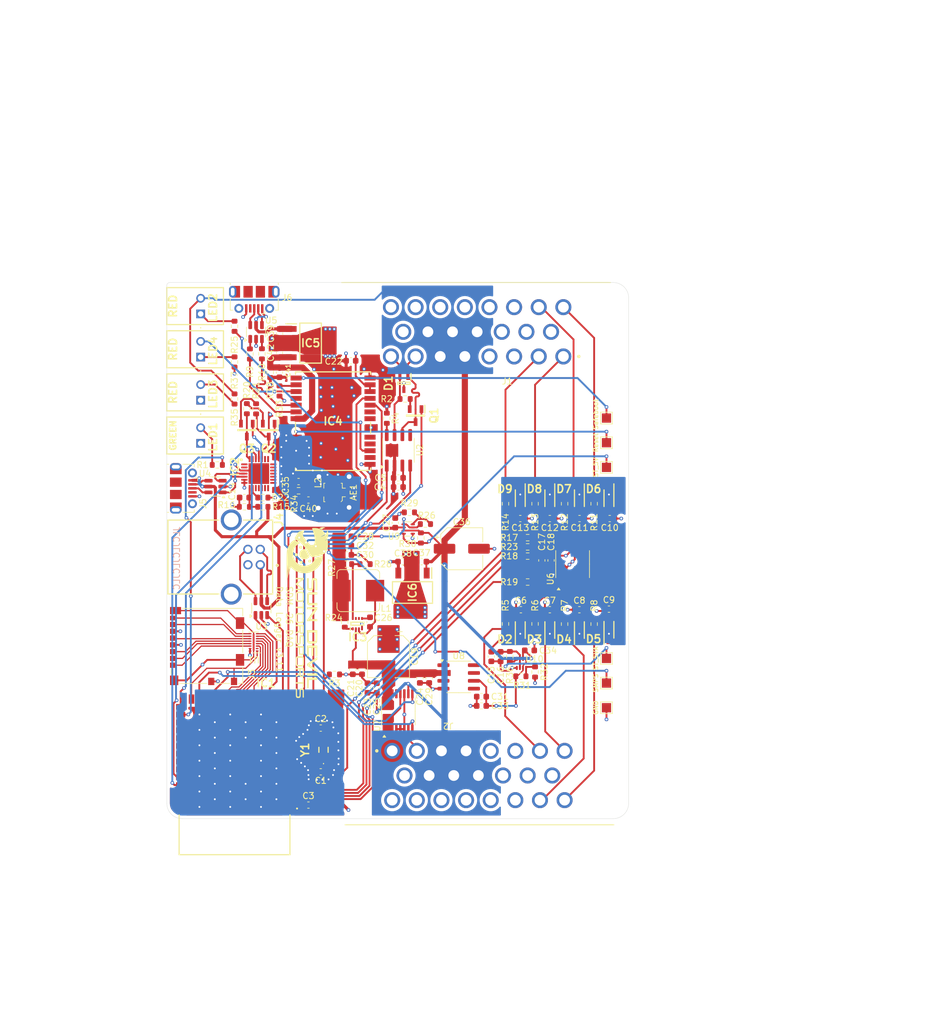
<source format=kicad_pcb>
(kicad_pcb (version 20241229) (generator "pcbnew") (generator_version "9.0")
  (layers (0 "F.Cu" signal) (4 "In1.Cu" signal) (6 "In2.Cu" signal) (2 "B.Cu" signal) (13 "F.Paste" user) (15 "B.Paste" user) (5 "F.SilkS" user "F.Silkscreen") (7 "B.SilkS" user "B.Silkscreen") (1 "F.Mask" user) (3 "B.Mask" user) (25 "Edge.Cuts" user))
  (net 0 "")
  (net 1 "GND")
  (net 2 "+3.3V")
  (net 3 "/RF_IN")
  (net 4 "VCC")
  (net 5 "/BTSB")
  (net 6 "/SMPS_SW")
  (net 7 "/5V_SMPS_OUT")
  (net 8 "Net-(U9-MODE)")
  (net 9 "VBUS")
  (net 10 "+5V")
  (net 11 "/BIAS_T")
  (net 12 "Net-(IC2-VBUS)")
  (net 13 "+5VA")
  (net 14 "/CAN-")
  (net 15 "/CAN+")
  (net 16 "/AIN0")
  (net 17 "/AIN1")
  (net 18 "/AIN2")
  (net 19 "/AIN3")
  (net 20 "/AIN4")
  (net 21 "/AIN5")
  (net 22 "/AIN6")
  (net 23 "/AIN7")
  (net 24 "/I2C1_SCL")
  (net 25 "/CAN_TERM")
  (net 26 "/USER_LED")
  (net 27 "/CAN_CTX")
  (net 28 "/CAN_RTX")
  (net 29 "/SD_CD")
  (net 30 "/I2C1_SDA")
  (net 31 "/UART1_D-")
  (net 32 "/UART1_D+")
  (net 33 "/ADC_CLK")
  (net 34 "/ADC_CS")
  (net 35 "/ADC_DOUT")
  (net 36 "Net-(U10-MODE)")
  (net 37 "Net-(IC4-RF_IN)")
  (net 38 "/ADC_DIN")
  (net 43 "/GPS_D-")
  (net 44 "Net-(IC2-RTS)")
  (net 45 "/Safeboot")
  (net 46 "/D_SEL")
  (net 47 "/GPS_D+")
  (net 52 "/VCC_RF")
  (net 60 "/PG")
  (net 61 "/SMPS_FB")
  (net 64 "/PROG_D-")
  (net 65 "Net-(IC2-DTR)")
  (net 68 "/PPS_LED")
  (net 69 "/RTK_STAT")
  (net 70 "/PROG_D+")
  (net 75 "Net-(LED4-K)")
  (net 78 "/XTAL_32K_P")
  (net 79 "/SD_DAT3")
  (net 80 "/RSTB")
  (net 82 "/USBB_D+")
  (net 83 "/USBB_D-")
  (net 85 "/USBM_D-")
  (net 87 "Net-(IC4-RESET_N)")
  (net 88 "/USBM_D+")
  (net 96 "+BATT")
  (net 103 "Net-(J3-DAT2)")
  (net 104 "/USBM2_D+")
  (net 105 "/USBM2_D-")
  (net 106 "Net-(J3-CLK)")
  (net 107 "Net-(J3-DAT0)")
  (net 108 "Net-(J3-DAT1)")
  (net 109 "Net-(J3-CMD)")
  (net 110 "Net-(J3-DAT3{slash}CD)")
  (net 113 "/UART2_TX")
  (net 114 "/PWR_LED")
  (net 115 "/USR_LED_RSTR")
  (net 117 "Net-(Q2-B)")
  (net 119 "/PR1")
  (net 120 "/ST")
  (net 131 "/UART2_RX")
  (net 132 "/CHIP_PU")
  (net 133 "/U0TXD")
  (net 134 "/SD_CLK")
  (net 135 "/GPIO0")
  (net 136 "/SD_DAT2")
  (net 137 "/XTAL_32K_N")
  (net 138 "/SD_DAT1")
  (net 139 "/U0RXD")
  (net 140 "/SD_DAT0")
  (net 142 "Net-(IC1-3V3)")
  (net 145 "/SD_CMD")
  (net 152 "Net-(LED2-K)")
  (net 153 "Net-(Q1-S)")
  (net 154 "Net-(Q3-B)")
  (net 155 "Net-(U2-Rs)")
  (net 156 "Net-(R9-Pad1)")
  (net 157 "Net-(R10-Pad2)")
  (net 158 "Net-(U6-DIN)")
  (net 159 "Net-(U6-SCLK)")
  (net 160 "Net-(U6-~{CS})")
  (net 161 "Net-(U6-DOUT)")
  (net 162 "Net-(U10-PR1)")
  (net 163 "Net-(U10-ST)")
  (net 171 "/AIN3_EXT")
  (net 172 "/AIN1_EXT")
  (net 173 "/AIN0_EXT")
  (net 174 "/AIN2_EXT")
  (net 175 "/AIN5_EXT")
  (net 176 "/AIN7_EXT")
  (net 177 "/AIN4_EXT")
  (net 178 "/AIN6_EXT")
  (net 183 "/GPS_VUSB")
  (net 184 "/GNSS_USB_PWR")
  (footprint "Capacitor_SMD:C_0603_1608Metric" (layer "F.Cu") (at 127.1 103.2 180)
    (property "Reference" "C4")
    (property "Value" "100nF")
  )
  (footprint "Capacitor_SMD:C_0603_1608Metric" (layer "F.Cu") (at 122.1 135.8 90)
    (property "Reference" "C23")
    (property "Value" "100nF")
  )
  (footprint "SDM_MiscFootprint:SOT-5X3" (layer "F.Cu") (at 145.6 131.82 90)
    (property "Reference" "U10")
    (property "Value" "TPS2116")
  )
  (footprint "Resistor_SMD:R_0603_1608Metric" (layer "F.Cu") (at 110.9 103.8 180)
    (property "Reference" "R34")
    (property "Value" "10")
  )
  (footprint "Resistor_SMD:R_0603_1608Metric" (layer "F.Cu") (at 100.5 88.9 -90)
    (property "Reference" "R35")
    (property "Value" "220")
  )
  (footprint "Inductor_SMD:L_Bourns_SRP7028A_7.3x6.6mm" (layer "F.Cu") (at 120.6 120)
    (property "Reference" "L1")
    (property "Value" "4.7uH")
  )
  (footprint "TestPoint:TestPoint_Pad_1.5x1.5mm" (layer "F.Cu") (at 160.9 131 -90)
    (property "Reference" "TP6")
    (property "Value" "ST_5VA")
  )
  (footprint "Resistor_SMD:R_0603_1608Metric" (layer "F.Cu") (at 147 133.9)
    (property "Reference" "R31")
    (property "Value" "10k")
  )
  (footprint "Capacitor_SMD:C_0603_1608Metric" (layer "F.Cu") (at 156.5 123.1 180)
    (property "Reference" "C8")
    (property "Value" "33nF")
  )
  (footprint "Resistor_SMD:R_0603_1608Metric" (layer "F.Cu") (at 148.1 111.4 180)
    (property "Reference" "R17")
    (property "Value" "100")
  )
  (footprint "Connector_USB:USB_Micro-B_Molex-105017-0001" (layer "F.Cu") (at 92.2 103.4 -90)
    (property "Reference" "J5")
    (property "Value" "ESP_USB")
  )
  (footprint "Capacitor_SMD:C_0603_1608Metric" (layer "F.Cu") (at 127.825 115.3 180)
    (property "Reference" "C38")
    (property "Value" "10uF")
  )
  (footprint "TestPoint:TestPoint_Pad_1.5x1.5mm" (layer "F.Cu") (at 160.9 92 -90)
    (property "Reference" "TP5")
    (property "Value" "Safeboot")
  )
  (footprint "Connector_Card:microSD_HC_Molex_104031-0811" (layer "F.Cu") (at 96.02 128.995 90)
    (property "Reference" "J3")
    (property "Value" "Molex_1040310811" (hide yes))
  )
  (footprint "Resistor_SMD:R_0603_1608Metric" (layer "F.Cu") (at 128.2 88.9 180)
    (property "Reference" "R2")
    (property "Value" "120")
  )
  (footprint "Package_TO_SOT_SMD:SOT-23-6" (layer "F.Cu") (at 104 78.0375 90)
    (property "Reference" "U5")
    (property "Value" "USBLC6-2SC6")
  )
  (footprint "Resistor_SMD:R_0603_1608Metric" (layer "F.Cu") (at 104 90.5 -90)
    (property "Reference" "R21")
    (property "Value" "10k")
  )
  (footprint "SDM_MiscFootprint:QFN50P500X500X80-29N-D" (layer "F.Cu") (at 104.45 101.01)
    (property "Reference" "IC2")
    (property "Value" "CP2102N-A02-GQFN28" (hide yes))
  )
  (footprint "USBs:67068-7041" (layer "F.Cu") (at 99.9675 114.55 -90)
    (property "Reference" "J4")
    (property "Value" "UART_USB" (hide yes))
  )
  (footprint "SDM_MiscFootprint:NEOF9P15B" (layer "F.Cu") (at 116.5 92.5 180)
    (property "Reference" "IC4")
    (property "Value" "NEO-F9P-15B" (hide yes))
  )
  (footprint "SDM_MiscFootprint:SOTFL50P160X60-8N" (layer "F.Cu") (at 120.45 125.362 90)
    (property "Reference" "IC3")
    (property "Value" "TPS563211DRLR" (hide yes))
  )
  (footprint "Resistor_SMD:R_0603_1608Metric" (layer "F.Cu") (at 154.1 105.9 -90)
    (property "Reference" "R12")
    (property "Value" "100")
  )
  (footprint "SDM_MiscFootprint:SSFLXH100LID01" (layer "F.Cu") (at 95 75.1 -90)
    (property "Reference" "LED2")
    (property "Value" "RED")
  )
  (footprint "Capacitor_SMD:CP_Elec_6.3x5.9" (layer "F.Cu") (at 137.4 113.2)
    (property "Reference" "C36")
    (property "Value" "100uF")
  )
  (footprint "Package_SO:TSSOP-16_4.4x5mm_P0.65mm" (layer "F.Cu") (at 127.1 139.6 90)
    (property "Reference" "U7")
    (property "Value" "INA260")
  )
  (footprint "Resistor_SMD:R_0603_1608Metric" (layer "F.Cu") (at 102.1 106.4 180)
    (property "Reference" "R16")
    (property "Value" "47.5K")
  )
  (footprint "Capacitor_SMD:C_0603_1608Metric" (layer "F.Cu") (at 119.7 132.8 90)
    (property "Reference" "C21")
    (property "Value" "100nF")
  )
  (footprint "SDM_MiscFootprint:ESP32S3WROOM1N8R8" (layer "F.Cu") (at 100.5 150.1 180)
    (property "Reference" "IC1")
    (property "Value" "ESP32-S3-WROOM-1-N8R8" (hide yes))
  )
  (footprint "Resistor_SMD:R_0603_1608Metric" (layer "F.Cu") (at 116.725 133.6 180)
    (property "Reference" "R3")
    (property "Value" "10k")
  )
  (footprint "Resistor_SMD:R_0603_1608Metric" (layer "F.Cu") (at 144.5 105.9 -90)
    (property "Reference" "R14")
    (property "Value" "100")
  )
  (footprint "Resistor_SMD:R_0603_1608Metric" (layer "F.Cu") (at 148.1 118.6)
    (property "Reference" "R19")
    (property "Value" "100")
  )
  (footprint "SDM_MiscFootprint:SOD3716X135N" (layer "F.Cu") (at 151.7 105 -90)
    (property "Reference" "D8")
    (property "Value" "MBR0540T1G" (hide yes))
  )
  (footprint "Package_SO:SOIC-8_3.9x4.9mm_P1.27mm" (layer "F.Cu") (at 136.9 134)
    (property "Reference" "U8")
    (property "Value" "ADR425BRZ")
  )
  (footprint "Capacitor_SMD:C_0603_1608Metric" (layer "F.Cu") (at 121.2 132.8 90)
    (property "Reference" "C20")
    (property "Value" "22uF")
  )
  (footprint "Capacitor_SMD:C_0603_1608Metric" (layer "F.Cu") (at 146.9 108.3)
    (property "Reference" "C13")
    (property "Value" "33nF")
  )
  (footprint "Resistor_SMD:R_0603_1608Metric" (layer "F.Cu") (at 103 81.6 -90)
    (property "Reference" "R9")
    (property "Value" "27")
  )
  (footprint "Resistor_SMD:R_0603_1608Metric" (layer "F.Cu") (at 102.5 90.475 -90)
    (property "Reference" "R20")
    (property "Value" "10k")
  )
  (footprint "Capacitor_SMD:C_0603_1608Metric" (layer "F.Cu") (at 143.7 130.7 -90)
    (property "Reference" "C16")
    (property "Value" "1uF")
  )
  (footprint "LOGO" (layer "F.Cu") (at 112.341431 123.6 -90)
    (property "Reference" "G***" (hide yes))
    (property "Value" "LOGO" (hide yes))
  )
  (footprint "TestPoint:TestPoint_Pad_1.5x1.5mm" (layer "F.Cu") (at 160.9 135 -90)
    (property "Reference" "TP2" (hide yes))
    (property "Value" "SMPS")
  )
  (footprint "SDM_MiscFootprint:SOT230P700X180-4N" (layer "F.Cu") (at 129.4 120.3 -90)
    (property "Reference" "IC6")
    (property "Value" "MIC37100-3.3WS" (hide yes))
  )
  (footprint "Capacitor_SMD:C_0603_1608Metric" (layer "F.Cu") (at 148.4 129.7)
    (property "Reference" "C34")
    (property "Value" "1uF")
  )
  (footprint "Resistor_SMD:R_0603_1608Metric" (layer "F.Cu") (at 149.3 133.2 -90)
    (property "Reference" "R32")
    (property "Value" "10k")
  )
  (footprint "SDM_MiscFootprint:SSFLXH100LID01" (layer "F.Cu") (at 95 82.1 -90)
    (property "Reference" "LED4")
    (property "Value" "RED")
  )
  (footprint "Capacitor_SMD:C_0603_1608Metric" (layer "F.Cu") (at 118.7 114.2)
    (property "Reference" "C30")
    (property "Value" "22uF")
  )
  (footprint "Resistor_SMD:R_0603_1608Metric" (layer "F.Cu") (at 118.7 115.7)
    (property "Reference" "R27")
    (property "Value" "74.1k")
  )
  (footprint "Capacitor_SMD:C_0603_1608Metric" (layer "F.Cu") (at 126.6 109 90)
    (property "Reference" "C27")
    (property "Value" "1uF")
  )
  (footprint "Resistor_SMD:R_0603_1608Metric" (layer "F.Cu") (at 149.3 125.4 90)
    (property "Reference" "R6")
    (property "Value" "100")
  )
  (footprint "Capacitor_SMD:C_0603_1608Metric" (layer "F.Cu") (at 114.5 142.3 180)
    (property "Reference" "C2")
    (property "Value" "15pF")
  )
  (footprint "Resistor_SMD:R_0603_1608Metric" (layer "F.Cu") (at 97.7 99.6 180)
    (property "Reference" "R1")
    (property "Value" "220")
  )
  (footprint "Package_TO_SOT_SMD:SOT-583-8" (layer "F.Cu") (at 128.7 110 180)
    (property "Reference" "U9")
    (property "Value" "TPS2116DRL")
  )
  (footprint "SDM_MiscFootprint:SOD3716X135N" (layer "F.Cu") (at 146.9 126.4 90)
    (property "Reference" "D2")
    (property "Value" "MBR0540T1G" (hide yes))
  )
  (footprint "Resistor_SMD:R_0603_1608Metric" (layer "F.Cu") (at 148.1 112.9)
    (property "Reference" "R23")
    (property "Value" "100")
  )
  (footprint "Capacitor_SMD:C_0603_1608Metric" (layer "F.Cu") (at 107.820818 78.30028 90)
    (property "Reference" "C39")
    (property "Value" "10uF")
  )
  (footprint "TestPoint:TestPoint_Pad_1.5x1.5mm" (layer "F.Cu") (at 160.9 100 -90)
    (property "Reference" "TP3")
    (property "Value" "ST_5V")
  )
  (footprint "Capacitor_SMD:C_0603_1608Metric" (layer "F.Cu") (at 132.1 134.2 -90)
    (property "Reference" "C29")
    (property "Value" "100nF")
  )
  (footprint "Capacitor_SMD:C_0603_1608Metric" (layer "F.Cu") (at 140.6 138.7 180)
    (property "Reference" "C33")
    (property "Value" "1uF")
  )
  (footprint "Capacitor_SMD:C_0603_1608Metric" (layer "F.Cu") (at 147 123.1 180)
    (property "Reference" "C6")
    (property "Value" "33nF")
  )
  (footprint "SDM_MiscFootprint:CONN23_776087_TEC" (layer "F.Cu") (at 153.9 82)
    (property "Reference" "J1")
    (property "Value" "1-776087-4")
  )
  (footprint "Resistor_SMD:R_0603_1608Metric" (layer "F.Cu") (at 154.1 125.425 90)
    (property "Reference" "R7")
    (property "Value" "100")
  )
  (footprint "Capacitor_SMD:C_0603_1608Metric" (layer "F.Cu") (at 119.4 82.7)
    (property "Reference" "C22")
    (property "Value" "1uF")
  )
  (footprint "Package_SO:TSSOP-16_4.4x5mm_P0.65mm" (layer "F.Cu") (at 155.4 115.7 90)
    (property "Reference" "U6")
    (property "Value" "ADC128S102")
  )
  (footprint "Capacitor_SMD:C_0603_1608Metric" (layer "F.Cu") (at 151.7 108.3)
    (property "Reference" "C12")
    (property "Value" "33nF")
  )
  (footprint "Resistor_SMD:R_0603_1608Metric" (layer "F.Cu") (at 131.5 109.2)
    (property "Reference" "R26")
    (property "Value" "10k")
  )
  (footprint "Capacitor_SMD:C_0603_1608Metric" (layer "F.Cu") (at 161.3 123 180)
    (property "Reference" "C9")
    (property "Value" "33nF")
  )
  (footprint "Resistor_SMD:R_0603_1608Metric" (layer "F.Cu") (at 105.1 104.9)
    (property "Reference" "R22")
    (property "Value" "1k")
  )
  (footprint "Resistor_SMD:R_0603_1608Metric" (layer "F.Cu") (at 149.3 105.9 -90)
    (property "Reference" "R13")
    (property "Value" "100")
  )
  (footprint "SDM_MiscFootprint:SOT230P700X180-4N" (layer "F.Cu") (at 112.850818 79.83028)
    (property "Reference" "IC5")
    (property "Value" "MIC37100-3.3WS" (hide yes))
  )
  (footprint "Resistor_SMD:R_0603_1608Metric" (layer "F.Cu") (at 106.3 84.6 90)
    (property "Reference" "R38")
    (property "Value" "100k")
  )
  (footprint "Package_TO_SOT_SMD:SOT-23-6" (layer "F.Cu") (at 104.85 122.8375 90)
    (property "Reference" "U3")
    (property "Value" "USBLC6-2SC6")
  )
  (footprint "Capacitor_SMD:C_0603_1608Metric" (layer "F.Cu") (at 151.9 115.1 -90)
    (property "Reference" "C18")
    (property "Value" "1uF")
  )
  (footprint "Capacitor_SMD:C_0603_1608Metric" (layer "F.Cu") (at 150.4 115.1 -90)
    (property "Reference" "C17")
    (property "Value" "100nF")
  )
  (footprint "Transistors:SOT96P237X111-3N" (layer "F.Cu") (at 106.05 93.95 -90)
    (property "Reference" "Q2")
    (property "Value" "MMBT2222LT1G" (hide yes))
  )
  (footprint "Resistor_SMD:R_0603_1608Metric" (layer "F.Cu") (at 100.5 82.9 90)
    (property "Reference" "R37")
    (property "Value" "220")
  )
  (footprint "Resistor_SMD:R_0603_1608Metric" (layer "F.Cu") (at 144.5 125.4 90)
    (property "Reference" "R5")
    (property "Value" "100")
  )
  (footprint "SDM_MiscFootprint:SSFLXH100LID01" (layer "F.Cu") (at 95 96.1 -90)
    (property "Reference" "LED1")
    (property "Value" "GREEN")
  )
  (footprint "Connector_Coaxial:U.FL_Molex_MCRF_73412-0110_Vertical" (layer "F.Cu") (at 116.5 104.075 -90)
    (property "Reference" "AE1")
    (property "Value" "UFL")
  )
  (footprint "uSDs:UQFN-17-3.5x1.2mm" (layer "F.Cu") (at 103.6 128.4 180)
    (property "Reference" "U1")
    (property "Value" "EMIF06-MSD02N16")
  )
  (footprint "Package_TO_SOT_SMD:SOT-23-6" (layer "F.Cu") (at 97.41 103.11 180)
    (property "Reference" "U4")
    (property "Value" "USBLC6-2SC6")
  )
  (footprint "SDM_MiscFootprint:SOD3716X135N" (layer "F.Cu") (at 151.7 126.4 90)
    (property "Reference" "D3")
    (property "Value" "MBR0540T1G" (hide yes))
  )
  (footprint "Resistor_SMD:R_0603_1608Metric" (layer "F.Cu") (at 100.5 77.1 -90)
    (property "Reference" "R25")
    (property "Value" "220")
  )
  (footprint "Resistor_SMD:R_0603_1608Metric" (layer "F.Cu") (at 104.95 81.575 90)
    (property "Reference" "R10")
    (property "Value" "27")
  )
  (footprint "Resistor_SMD:R_0603_1608Metric" (layer "F.Cu") (at 148.1 114.4)
    (property "Reference" "R18")
    (property "Value" "100")
  )
  (footprint "SDM_MiscFootprint:SOD3716X135N" (layer "F.Cu") (at 161.3 126.35 90)
    (property "Reference" "D5")
    (property "Value" "MBR0540T1G" (hide yes))
  )
  (footprint "Capacitor_SMD:C_0603_1608Metric" (layer "F.Cu") (at 151.7 123.1 180)
    (property "Reference" "C7")
    (property "Value" "33nF")
  )
  (footprint "Connector_USB:USB_Micro-B_Molex-105017-0001" (layer "F.Cu") (at 103.7 72.7375 180)
    (property "Reference" "J6")
    (property "Value" "GNSS_Debug")
  )
  (footprint "SDM_MiscFootprint:SOD3716X135N" (layer "F.Cu") (at 146.9 105 -90)
    (property "Reference" "D9")
    (property "Value" "MBR0540T1G" (hide yes))
  )
  (footprint "SDM_MiscFootprint:SOD3716X135N" (layer "F.Cu") (at 156.5 126.4 90)
    (property "Reference" "D4")
    (property "Value" "MBR0540T1G" (hide yes))
  )
  (footprint "SDM_MiscFootprint:SOD3716X135N" (layer "F.Cu") (at 161.3 105 -90)
    (property "Reference" "D6")
    (property "Value" "MBR0540T1G" (hide yes))
  )
  (footprint "Capacitor_SMD:C_0603_1608Metric" (layer "F.Cu") (at 107.8 84.6 -90)
    (property "Reference" "C41")
    (property "Value" "1uF")
  )
  (footprint "Resistor_SMD:R_0603_1608Metric" (layer "F.Cu") (at 121.7 115.7)
    (property "Reference" "R28")
    (property "Value" "10k")
  )
  (footprint "Capacitor_SMD:C_0603_1608Metric" (layer "F.Cu") (at 107.8 81.4 90)
    (property "Reference" "C42")
    (property "Value" "10uF")
  )
  (footprint "Package_SO:SOIC-8_3.9x4.9mm_P1.27mm" (layer "F.Cu") (at 127.1195 97.2325 90)
    (property "Reference" "U2")
    (property "Value" "SN65HVD230")
  )
  (footprint "Resistor_SMD:R_0603_1608Metric" (layer "F.Cu") (at 158.9 105.9 -90)
    (property "Reference" "R11")
    (property "Value" "100")
  )
  (footprint "Capacitor_SMD:C_0603_1608Metric" (layer "F.Cu") (at 112.5 154.8 180)
    (property "Reference" "C3")
    (property "Value" "100nF")
  )
  (footprint "SDM_MiscFootprint:SOT96P237X111-3N" (layer "F.Cu") (at 129.9 91.6 -90)
    (property "Reference" "Q1")
    (property "Value" "MMBT2222LT1G" (hide yes))
  )
  (footprint "Resistor_SMD:R_0603_1608Metric" (layer "F.Cu") (at 130.76 111.45 90)
    (property "Reference" "R30")
    (property "Value" "10k")
  )
  (footprint "Transistors:SOT96P237X111-3N" (layer "F.Cu") (at 102.5 93.95 -90)
    (property "Reference" "Q3")
    (property "Value" "MMBT2222LT1G" (hide yes))
  )
  (footprint "Resistor_SMD:R_0603_1608Metric" (layer "F.Cu") (at 125.2245 92.0225 -90)
    (property "Reference" "R4")
    (property "Value" "10k")
  )
  (footprint "Inductor_SMD:L_0402_1005Metric" (layer "F.Cu") (at 112.9 102.5 -90)
    (property "Reference" "L2")
    (property "Value" "27nH")
  )
  (footprint "Capacitor_SMD:C_0603_1608Metric" (layer "F.Cu") (at 110.9 102.3)
    (property "Reference" "C35")
    (property "Value" "1uF")
  )
  (footprint "Capacitor_SMD:C_0603_1608Metric" (layer "F.Cu") (at 102.1 104.9 180)
    (property "Reference" "C14")
    (property "Value" "1uF")
  )
  (footprint "SDM_MiscFootprint:SOT65P210X110-3N" (layer "F.Cu") (at 128 86.35 -90)
    (property "Reference" "D1")
    (property "Value" "ESDCAN03-2BWY" (hide yes))
  )
  (footprint "TestPoint:TestPoint_Pad_1.5x1.5mm" (layer "F.Cu") (at 160.9 139 -90)
    (property "Reference" "TP1" (hide yes))
    (property "Value" "GND")
  )
  (footprint "Capacitor_SMD:C_0603_1608Metric" (layer "F.Cu") (at 114.5 149.4 180)
    (property "Reference" "C1")
    (property "Value" "15pF")
  )
  (footprint "Resistor_SMD:R_0603_1608Metric" (layer "F.Cu") (at 158.9 125.425 90)
    (property "Reference" "R8")
    (property "Value" "100")
  )
  (footprint "Capacitor_SMD:C_0603_1608Metric" (layer "F.Cu") (at 130.6 134.2 -90)
    (property "Reference" "C24")
    (property "Value" "10uF")
  )
  (footprint "TestPoint:TestPoint_Pad_1.5x1.5mm" (layer "F.Cu") (at 160.9 96 -90)
    (property "Reference" "TP4")
    (property "Value" "Reset")
  )
  (footprint "Capacitor_SMD:C_0603_1608Metric" (layer "F.Cu") (at 123.6 135.8 90)
    (property "Reference" "C25")
    (property "Value" "100nF")
  )
  (footprint "Capacitor_SMD:C_0603_1608Metric" (layer "F.Cu") (at 122.5 125.1 -90)
    (property "Reference" "C26")
    (property "Value" "100nF")
  )
  (footprint "Resistor_SMD:R_0603_1608Metric" (layer "F.Cu") (at 118.4 125.1 90)
    (property "Reference" "R24")
    (property "Value" "10k")
  )
  (footprint "Resistor_SMD:R_0603_1608Metric" (layer "F.Cu") (at 105.1 106.4)
    (property "Reference" "R15")
    (property "Value" "22.1K")
  )
  (footprint "SDM_MiscFootprint:ECX327CDX2096" (layer "F.Cu") (at 114.95 145.83 90)
    (property "Reference" "Y1")
    (property "Value" "ECX-.327-CDX-2096" (hide yes))
  )
  (footprint "Capacitor_SMD:CP_Elec_6.3x5.9" (layer "F.Cu") (at 125.5 130.7 -90)
    (property "Reference" "C19")
    (property "Value" "47uF")
  )
  (footprint "Capacitor_SMD:C_0603_1608Metric" (layer "F.Cu") (at 118.7 111.2)
    (property "Reference" "C28")
    (property "Value" "1uF")
  )
  (footprint "Capacitor_SMD:C_0603_1608Metric" (layer "F.Cu") (at 140.6 137.2 180)
    (property "Reference" "C31")
    (property "Value" "100nF")
  )
  (footprint "Capacitor_SMD:C_0603_1608Metric" (layer "F.Cu") (at 118.7 112.7)
    (property "Reference" "C32")
    (property "Value" "22uF")
  )
  (footprint "SDM_MiscFootprint:CONN23_776087_TEC" (layer "F.Cu") (at 126.1 146 180)
    (property "Reference" "J2")
    (property "Value" "1-776087-4")
  )
  (footprint "Resistor_SMD:R_0603_1608Metric" (layer "F.Cu") (at 107.8 87.6 -90)
    (property "Reference" "R33")
    (property "Value" "10k")
  )
  (footprint "Capacitor_SMD:C_0603_1608Metric" (layer "F.Cu") (at 127.1 101.7 180)
    (property "Reference" "C5")
    (property "Value" "100nF")
  )
  (footprint "Capacitor_SMD:C_0603_1608Metric" (layer "F.Cu") (at 156.525 108.3)
    (property "Reference" "C11")
    (property "Value" "33nF")
  )
  (footprint "Resistor_SMD:R_0603_1608Metric" (layer "F.Cu") (at 128.9 107.3 180)
    (property "Reference" "R29")
    (property "Value" "10k")
  )
  (footprint "SDM_MiscFootprint:SSFLXH100LID01" (layer "F.Cu") (at 95 89.1 -90)
    (property "Reference" "LED3")
    (property "Value" "RED")
  )
  (footprint "Capacitor_SMD:C_0603_1608Metric" (layer "F.Cu") (at 130.875 115.3)
    (property "Reference" "C37")
    (property "Value" "10uF")
  )
  (footprint "Capacitor_SMD:C_0603_1608Metric" (layer "F.Cu") (at 161.425 108.3)
    (property "Reference" "C10")
    (property "Value" "33nF")
  )
  (footprint "Capacitor_SMD:C_0603_1608Metric" (layer "F.Cu") (at 142.2 130.7 -90)
    (property "Reference" "C15")
    (property "Value" "100nF")
  )
  (footprint "Resistor_SMD:R_0603_1608Metric" (layer "F.Cu") (at 145.2 130.7 90)
    (property "Reference" "R36")
    (property "Value" "10k")
  )
  (footprint "Capacitor_SMD:C_0603_1608Metric" (layer "F.Cu") (at 112.5 105.3 180)
    (property "Reference" "C40")
    (property "Value" "100nF")
  )
  (footprint "SDM_MiscFootprint:SOD3716X135N" (layer "F.Cu") (at 156.5 105 -90)
    (property "Reference" "D7")
    (property "Value" "MBR0540T1G" (hide yes))
  )
  (gr_arc (start 89.5 70.5) (mid 89.646447 70.146447) (end 90 70) (stroke (width 0.05)) (layer "Edge.Cuts"))
  (gr_line (start 90 70) (end 162 70) (stroke (width 0.05)) (layer "Edge.Cuts"))
  (gr_line (start 89.5 154.5) (end 89.5 70.5) (stroke (width 0.05)) (layer "Edge.Cuts"))
  (gr_arc (start 162 70) (mid 163.767767 70.732233) (end 164.5 72.5) (stroke (width 0.05)) (layer "Edge.Cuts"))
  (gr_line (start 164.5 72.5) (end 164.5 154.5) (stroke (width 0.05)) (layer "Edge.Cuts"))
  (gr_arc (start 92 157) (mid 90.232233 156.267767) (end 89.5 154.5) (stroke (width 0.05)) (layer "Edge.Cuts"))
  (gr_arc (start 164.5 154.5) (mid 163.767767 156.267767) (end 162 157) (stroke (width 0.05)) (layer "Edge.Cuts"))
  (gr_line (start 162 157) (end 92 157) (stroke (width 0.05)) (layer "Edge.Cuts"))
  (gr_text "SDM-26 DAQ\nData Logger v3.11\n" (at 107.2 119.191686 270) (layer "F.SilkS") (effects (font (size 1 1)) (justify left bottom)))
  (gr_text "JLCJLCJLCJLC" (at 91.7 109.5 -270) (layer "B.SilkS") (effects (font (size 1 1)) (justify left bottom mirror)))
  (segment (start 119.475 114.2) (end 120.6 114.2) (width 0.3) (layer "F.Cu") (net 1))
  (segment (start 145.1 133) (end 145.6 132.5) (width 0.3) (layer "F.Cu") (net 1))
  (segment (start 139.825 137.2) (end 139.825 138.7) (width 0.3) (layer "F.Cu") (net 1))
  (segment (start 154.425 116.25) (end 154.425 118.5625) (width 0.3) (layer "F.Cu") (net 1))
  (segment (start 100.1 106) (end 100.5 106.4) (width 0.3) (layer "F.Cu") (net 1))
  (segment (start 95.3 132) (end 96.065 131.235) (width 0.3) (layer "F.Cu") (net 1))
  (segment (start 158.5 108.3) (end 157.3 108.3) (width 0.3) (layer "F.Cu") (net 1))
  (segment (start 146.225 121.925) (end 146.2 121.9) (width 0.3) (layer "F.Cu") (net 1))
  (segment (start 128.075 143.475) (end 130.1 145.5) (width 0.3) (layer "F.Cu") (net 1))
  (segment (start 90.695 134.56) (end 92.74 134.56) (width 0.3) (layer "F.Cu") (net 1))
  (segment (start 128.075 142.4625) (end 128.075 143.475) (width 0.3) (layer "F.Cu") (net 1))
  (segment (start 110.5 99.5) (end 110.5 100.3) (width 0.3) (layer "F.Cu") (net 1))
  (segment (start 122.1 135.025) (end 123.6 135.025) (width 0.3) (layer "F.Cu") (net 1))
  (segment (start 121.1 99.5) (end 122.3 99.5) (width 0.3) (layer "F.Cu") (net 1))
  (segment (start 90.57 126.6) (end 91.7 126.6) (width 0.3) (layer "F.Cu") (net 1))
  (segment (start 92.74 134.56) (end 95.3 132) (width 0.3) (layer "F.Cu") (net 1))
  (segment (start 142.2 131.475) (end 143.7 131.475) (width 0.3) (layer "F.Cu") (net 1))
  (segment (start 126.325 99.867) (end 126.4845 99.7075) (width 0.3) (layer "F.Cu") (net 1))
  (segment (start 105.612501 125.4) (end 104.85 124.637499) (width 0.3) (layer "F.Cu") (net 1))
  (segment (start 96.72 134.735) (end 97.765 134.735) (width 0.3) (layer "F.Cu") (net 1))
  (segment (start 146.225 123.1) (end 146.225 121.925) (width 0.3) (layer "F.Cu") (net 1))
  (segment (start 146.34 132.54) (end 145.64 132.54) (width 0.3) (layer "F.Cu") (net 1))
  (segment (start 134.425 135.905) (end 132.705 135.905) (width 0.3) (layer "F.Cu") (net 1))
  (segment (start 107.820818 79.07528) (end 108.945818 79.07528) (width 0.5) (layer "F.Cu") (net 1))
  (segment (start 107.810818 80.59528) (end 107.810818 79.08528) (width 0.5) (layer "F.Cu") (net 1))
  (segment (start 104.85 124.637499) (end 104.85 123.975) (width 0.3) (layer "F.Cu") (net 1))
  (segment (start 154.8875 115.7875) (end 154.425 116.25) (width 0.3) (layer "F.Cu") (net 1))
  (segment (start 109.700818 79.83028) (end 108.906098 80.625) (width 0.5) (layer "F.Cu") (net 1))
  (segment (start 143.9 133) (end 145.1 133) (width 0.3) (layer "F.Cu") (net 1))
  (segment (start 129.4 111.5) (end 129.44 111.46) (width 0.3) (layer "F.Cu") (net 1))
  (segment (start 140.2 113.2) (end 142.7 113.2) (width 0.3) (layer "F.Cu") (net 1))
  (segment (start 97.765 134.735) (end 97.8 134.7) (width 0.3) (layer "F.Cu") (net 1))
  (segment (start 93.6625 104.7) (end 94.8 104.7) (width 0.3) (layer "F.Cu") (net 1))
  (segment (start 128.075 107.3) (end 127.525 107.3) (width 0.3) (layer "F.Cu") (net 1))
  (segment (start 103.6 126.852226) (end 102.012774 125.265) (width 0.2) (layer "F.Cu") (net 1))
  (segment (start 132.1 135.4) (end 132.7 136) (width 0.3) (layer "F.Cu") (net 1))
  (segment (start 121.2 125.4) (end 121.2 126.2) (width 0.3) (layer "F.Cu") (net 1))
  (segment (start 108.906098 80.625) (end 107.8 80.625) (width 0.5) (layer "F.Cu") (net 1))
  (segment (start 154.05 115.875) (end 154.425 116.25) (width 0.3) (layer "F.Cu") (net 1))
  (segment (start 122.5 100.7) (end 122.5 99.5) (width 0.3) (layer "F.Cu") (net 1))
  (segment (start 155.3875 115.2875) (end 154.8875 115.7875) (width 0.3) (layer "F.Cu") (net 1))
  (segment (start 148.8 108.3) (end 147.675 108.3) (width 0.3) (layer "F.Cu") (net 1))
  (segment (start 127.425 142.4625) (end 128.075 142.4625) (width 0.3) (layer "F.Cu") (net 1))
  (segment (start 121.025 114.2) (end 122.525 115.7) (width 0.3) (layer "F.Cu") (net 1))
  (segment (start 100.5 106.4) (end 101.275 106.4) (width 0.3) (layer "F.Cu") (net 1))
  (segment (start 119.475 112.7) (end 119.475 114.2) (width 0.3) (layer "F.Cu") (net 1))
  (segment (start 145.64 132.54) (end 145.6 132.5) (width 0.3) (layer "F.Cu") (net 1))
  (segment (start 103.6 128.4) (end 103.6 130.749943) (width 0.2) (layer "F.Cu") (net 1))
  (segment (start 96.065 131.235) (end 101.395 131.235) (width 0.3) (layer "F.Cu") (net 1))
  (segment (start 127.525 107.3) (end 127.2625 107.5625) (width 0.3) (layer "F.Cu") (net 1))
  (segment (start 120.6 114.2) (end 121.025 114.2) (width 0.3) (layer "F.Cu") (net 1))
  (segment (start 99.37 123.24) (end 90.92 123.24) (width 0.2) (layer "F.Cu") (net 1))
  (segment (start 127.2625 107.5625) (end 126.6 108.225) (width 0.3) (layer "F.Cu") (net 1))
  (segment (start 105.9 125.4) (end 105.612501 125.4) (width 0.3) (layer "F.Cu") (net 1))
  (segment (start 129.44 111.46) (end 129.44 110.75) (width 0.3) (layer "F.Cu") (net 1))
  (segment (start 154.6 123.1) (end 155.725 123.1) (width 0.3) (layer "F.Cu") (net 1))
  (segment (start 155.751 112.8635) (end 155.751 114.924) (width 0.3) (layer "F.Cu") (net 1))
  (segment (start 118.6 133.6) (end 119.675 133.6) (width 0.3) (layer "F.Cu") (net 1))
  (segment (start 103.114943 131.235) (end 101.395 131.235) (width 0.2) (layer "F.Cu") (net 1))
  (segment (start 116.525 105.55) (end 118 104.075) (width 0.3) (layer "F.Cu") (net 1))
  (segment (start 150.9 121.9) (end 150.9 123.075) (width 0.3) (layer "F.Cu") (net 1))
  (segment (start 102.1 100.51) (end 103.95 100.51) (width 0.3) (layer "F.Cu") (net 1))
  (segment (start 101.89 75.5975) (end 102.4 75.0875) (width 0.3) (layer "F.Cu") (net 1))
  (segment (start 155.751 114.924) (end 155.3875 115.2875) (width 0.3) (layer "F.Cu") (net 1))
  (segment (start 103.6 130.749943) (end 103.114943 131.235) (width 0.2) (layer "F.Cu") (net 1))
  (segment (start 149.3 135) (end 149.3 134.025) (width 0.3) (layer "F.Cu") (net 1))
  (segment (start 101.45 100.51) (end 102.1 100.51) (width 0.3) (layer "F.Cu") (net 1))
  (segment (start 108.945818 79.07528) (end 109.700818 79.83028) (width 0.5) (layer "F.Cu") (net 1))
  (segment (start 128 86.3) (end 128 87.4) (width 0.3) (layer "F.Cu") (net 1))
  (segment (start 101.395 125.265) (end 99.37 123.24) (width 0.2) (layer "F.Cu") (net 1))
  (segment (start 151.9 115.875) (end 154.05 115.875) (width 0.3) (layer "F.Cu") (net 1))
  (segment (start 100.61 99.67) (end 101.45 100.51) (width 0.3) (layer "F.Cu") (net 1))
  (segment (start 149.2 128.5) (end 149.2 129.675) (width 0.3) (layer "F.Cu") (net 1))
  (segment (start 125.2245 90.1075) (end 125.2245 91.1975) (width 0.3) (layer "F.Cu") (net 1))
  (segment (start 101.275 106.4) (end 101.275 104.95) (width 0.3) (layer "F.Cu") (net 1))
  (segment (start 118.6 133.6) (end 117.55 133.6) (width 0.3) (layer "F.Cu") (net 1))
  (segment (start 150.4 115.875) (end 151.9 115.875) (width 0.3) (layer "F.Cu") (net 1))
  (segment (start 128.075 136.7375) (end 128.075 140.1) (width 0.3) (layer "F.Cu") (net 1))
  (segment (start 110.5 100.5) (end 110 101) (width 0.3) (layer "F.Cu") (net 1))
  (segment (start 103.6 128.4) (end 103.6 126.852226) (width 0.2) (layer "F.Cu") (net 1))
  (segment (start 118.6 81.5) (end 118.6 82.675) (width 0.3) (layer "F.Cu") (net 1))
  (segment (start 126.775 142.4625) (end 127.425 142.4625) (width 0.3) (layer "F.Cu") (net 1))
  (segment (start 159.3 123.3) (end 160.225 123.3) (width 0.3) (layer "F.Cu") (net 1))
  (segment (start 119.7 133.575) (end 121.2 133.575) (width 0.3) (layer "F.Cu") (net 1))
  (segment (start 163.3 108.3) (end 162.2 108.3) (width 0.3) (layer "F.Cu") (net 1))
  (segment (start 102.012774 125.265) (end 101.395 125.265) (width 0.2) (layer "F.Cu") (net 1))
  (segment (start 121.2 133.575) (end 121.2 134.125) (width 0.3) (layer "F.Cu") (net 1))
  (segment (start 138.8 138.7) (end 139.825 138.7) (width 0.3) (layer "F.Cu") (net 1))
  (segment (start 102.4 75.0875) (end 102.4 74.2) (width 0.3) (layer "F.Cu") (net 1))
  (segment (start 143.7 132.8) (end 143.9 133) (width 0.3) (layer "F.Cu") (net 1))
  (segment (start 104 80.29636) (end 104 79.175) (width 0.3) (layer "F.Cu") (net 1))
  (segment (start 160.225 123.3) (end 160.525 123) (width 0.3) (layer "F.Cu") (net 1))
  (segment (start 160.9 140.9) (end 160.9 139) (width 0.3) (layer "F.Cu") (net 1))
  (segment (start 121.2 134.125) (end 122.1 135.025) (width 0.3) (layer "F.Cu") (net 1))
  (segment (start 153.6 108.3) (end 152.475 108.3) (width 0.3) (layer "F.Cu") (net 1))
  (segment (start 143.7 131.475) (end 143.7 132.8) (width 0.3) (layer "F.Cu") (net 1))
  (segment (start 128.075 140.1) (end 128.075 142.4625) (width 0.3) (layer "F.Cu") (net 1))
  (segment (start 130.6 134.975) (end 132.1 134.975) (width 0.3) (layer "F.Cu") (net 1))
  (segment (start 99.8 103.1) (end 98.5575 103.1) (width 0.3) (layer "F.Cu") (net 1))
  (segment (start 116.525 102.6) (end 118 104.075) (width 0.3) (layer "F.Cu") (net 1))
  (segment (start 100.5 83.725) (end 100.5 84.8) (width 0.3) (layer "F.Cu") (net 1))
  (segment (start 110.5 100.3) (end 110.5 100.5) (width 0.3) (layer "F.Cu") (net 1))
  (segment (start 132.1 134.975) (end 132.1 135.4) (width 0.3) (layer "F.Cu") (net 1))
  (via (at 122.67 93.55) (size 0.6) (drill 0.3) (layers "F.Cu" "B.Cu") (net 1))
  (via (at 154.8875 115.7875) (size 0.6) (drill 0.3) (layers "F.Cu" "B.Cu") (net 1))
  (via (at 116.37 88.48) (size 0.6) (drill 0.3) (layers "F.Cu" "B.Cu") (net 1))
  (via (at 126.9 126.3) (size 0.6) (drill 0.3) (layers "F.Cu" "B.Cu") (net 1))
  (via (at 108.1 98.4) (size 0.6) (drill 0.3) (layers "F.Cu" "B.Cu") (net 1))
  (via (at 113.2 107.9) (size 0.6) (drill 0.3) (layers "F.Cu" "B.Cu") (net 1))
  (via (at 116.66 149.12) (size 0.6) (drill 0.3) (layers "F.Cu" "B.Cu") (net 1))
  (via (at 100.5 84.8) (size 0.6) (drill 0.3) (layers "F.Cu" "B.Cu") (net 1))
  (via (at 104.00364 80.3) (size 0.6) (drill 0.3) (layers "F.Cu" "B.Cu") (net 1))
  (via (at 121.1 99.5) (size 0.6) (drill 0.3) (layers "F.Cu" "B.Cu") (net 1))
  (via (at 97.8 134.7) (size 0.6) (drill 0.3) (layers "F.Cu" "B.Cu") (net 1))
  (via (at 94.8 142.6) (size 0.6) (drill 0.3) (layers "F.Cu" "B.Cu") (net 1))
  (via (at 131.419706 122.772696) (size 0.6) (drill 0.3) (layers "F.Cu" "B.Cu") (net 1))
  (via (at 111.01 143.76) (size 0.6) (drill 0.3) (layers "F.Cu" "B.Cu") (net 1))
  (via (at 118.6 133.6) (size 0.6) (drill 0.3) (layers "F.Cu" "B.Cu") (net 1))
  (via (at 126.3 104.3) (size 0.6) (drill 0.3) (layers "F.Cu" "B.Cu") (net 1))
  (via (at 118.06 95.26) (size 0.6) (drill 0.3) (layers "F.Cu" "B.Cu") (net 1))
  (via (at 131.419706 124.172696) (size 0.6) (drill 0.3) (layers "F.Cu" "B.Cu") (net 1))
  (via (at 114.2 101.5) (size 1.5) (drill 0.75) (layers "F.Cu" "B.Cu") (net 1))
  (via (at 138.8 138.7) (size 0.6) (drill 0.3) (layers "F.Cu" "B.Cu") (net 1))
  (via (at 99.8 152.6) (size 0.6) (drill 0.3) (layers "F.Cu" "B.Cu") (net 1))
  (via (at 127.2625 107.5625) (size 0.6) (drill 0.3) (layers "F.Cu" "B.Cu") (net 1))
  (via (at 114.5 87.03) (size 0.6) (drill 0.3) (layers "F.Cu" "B.Cu") (net 1))
  (via (at 112.44 149.13) (size 0.6) (drill 0.3) (layers "F.Cu" "B.Cu") (net 1))
  (via (at 114.1 106.6) (size 1.5) (drill 0.75) (layers "F.Cu" "B.Cu") (net 1))
  (via (at 114.7 100.5) (size 0.6) (drill 0.3) (layers "F.Cu" "B.Cu") (net 1))
  (via (at 116.680818 77.55028) (size 0.6) (drill 0.3) (layers "F.Cu" "B.Cu") (net 1))
  (via (at 104.8 150.1) (size 0.6) (drill 0.3) (layers "F.Cu" "B.Cu") (net 1))
  (via (at 119.1 106.5) (size 1.5) (drill 0.75) (layers "F.Cu" "B.Cu") (net 1))
  (via (at 110.5 144.37) (size 0.6) (drill 0.3) (layers "F.Cu" "B.Cu") (net 1))
  (via (at 94.8 152.6) (size 0.6) (drill 0.3) (layers "F.Cu" "B.Cu") (net 1))
  (via (at 117.4 147.26) (size 0.6) (drill 0.3) (layers "F.Cu" "B.Cu") (net 1))
  (via (at 109.2 104.8) (size 0.6) (drill 0.3) (layers "F.Cu" "B.Cu") (net 1))
  (via (at 129.919706 114.072696) (size 0.6) (drill 0.3) (layers "F.Cu" "B.Cu") (net 1))
  (via (at 99.8 145.1) (size 0.6) (drill 0.3) (layers "F.Cu" "B.Cu") (net 1))
  (via (at 112.87 141.18) (size 0.6) (drill 0.3) (layers "F.Cu" "B.Cu") (net 1))
  (via (at 120.6 114.2) (size 0.6) (drill 0.3) (layers "F.Cu" "B.Cu") (net 1))
  (via (at 114.5 102.7) (size 0.6) (drill 0.3) (layers "F.Cu" "B.Cu") (net 1))
  (via (at 114.67 141.1) (size 0.6) (drill 0.3) (layers "F.Cu" "B.Cu") (net 1))
  (via (at 110.5 97.3) (size 0.6) (drill 0.3) (layers "F.Cu" "B.Cu") (net 1))
  (via (at 111.8 107.9) (size 0.6) (drill 0.3) (layers "F.Cu" "B.Cu") (net 1))
  (via (at 142.7 113.2) (size 0.6) (drill 0.3) (layers "F.Cu" "B.Cu") (net 1))
  (via (at 119.54 87.06) (size 0.6) (drill 0.3) (layers "F.Cu" "B.Cu") (net 1))
  (via (at 117.36 144.54) (size 0.6) (drill 0.3) (layers "F.Cu" "B.Cu") (net 1))
  (via (at 119 91.77) (size 0.6) (drill 0.3) (layers "F.Cu" "B.Cu") (net 1))
  (via (at 97.3 153.85) (size 0.6) (drill 0.3) (layers "F.Cu" "B.Cu") (net 1))
  (via (at 155.3875 115.2875) (size 0.6) (drill 0.3) (layers "F.Cu" "B.Cu") (net 1))
  (via (at 108.1 101.1) (size 0.6) (drill 0.3) (layers "F.Cu" "B.Cu") (net 1))
  (via (at 99.8 155.1) (size 0.6) (drill 0.3) (layers "F.Cu" "B.Cu") (net 1))
  (via (at 119.9 104.7) (size 0.6) (drill 0.3) (layers "F.Cu" "B.Cu") (net 1))
  (via (at 159.3 123.3) (size 0.6) (drill 0.3) (layers "F.Cu" "B.Cu") (net 1))
  (via (at 114.59 90.73) (size 0.6) (drill 0.3) (layers "F.Cu" "B.Cu") (net 1))
  (via (at 117.1 107.5) (size 0.6) (drill 0.3) (layers "F.Cu" "B.Cu") (net 1))
  (via (at 113.2 100.5) (size 0.6) (drill 0.3) (layers "F.Cu" "B.Cu") (net 1))
  (via (at 112.6 96.8) (size 0.6) (drill 0.3) (layers "F.Cu" "B.Cu") (net 1))
  (via (at 146.2 121.9) (size 0.6) (drill 0.3) (layers "F.Cu" "B.Cu") (net 1))
  (via (at 99.8 103.1) (size 0.6) (drill 0.3) (layers "F.Cu" "B.Cu") (net 1))
  (via (at 106.580818 80.65028) (size 0.6) (drill 0.3) (layers "F.Cu" "B.Cu") (net 1))
  (via (at 163.3 108.3) (size 0.6) (drill 0.3) (layers "F.Cu" "B.Cu") (net 1))
  (via (at 126.9 129.5) (size 0.6) (drill 0.3) (layers "F.Cu" "B.Cu") (net 1))
  (via (at 94.8 150.1) (size 0.6) (drill 0.3) (layers "F.Cu" "B.Cu") (net 1))
  (via (at 160.9 140.9) (size 0.6) (drill 0.3) (layers "F.Cu" "B.Cu") (net 1))
  (via (at 95.3 132) (size 0.6) (drill 0.3) (layers "F.Cu" "B.Cu") (net 1))
  (via (at 127.019706 124.172696) (size 0.6) (drill 0.3) (layers "F.Cu" "B.Cu") (net 1))
  (via (at 108.6 103.6) (size 0.6) (drill 0.3) (layers "F.Cu" "B.Cu") (net 1))
  (via (at 150.9 121.9) (size 0.6) (drill 0.3) (layers "F.Cu" "B.Cu") (net 1))
  (via (at 122.5 100.7) (size 0.6) (drill 0.3) (layers "F.Cu" "B.Cu") (net 1))
  (via (at 124.1 126.3) (size 0.6) (drill 0.3) (layers "F.Cu" "B.Cu") (net 1))
  (via (at 158.5 108.3) (size 0.6) (drill 0.3) (layers "F.Cu" "B.Cu") (net 1))
  (via (at 102.3 153.85) (size 0.6) (drill 0.3) (layers "F.Cu" "B.Cu") (net 1))
  (via (at 126.9 127.9) (size 0.6) (drill 0.3) (layers "F.Cu" "B.Cu") (net 1))
  (via (at 115.980818 77.55028) (size 0.6) (drill 0.3) (layers "F.Cu" "B.Cu") (net 1))
  (via (at 99.8 147.6) (size 0.6) (drill 0.3) (layers "F.Cu" "B.Cu") (net 1))
  (via (at 115.980818 81.95028) (size 0.6) (drill 0.3) (layers "F.Cu" "B.Cu") (net 1))
  (via (at 110 101) (size 0.6) (drill 0.3) (layers "F.Cu" "B.Cu") (net 1))
  (via (at 107.3 153.85) (size 0.6) (drill 0.3) (layers "F.Cu" "B.Cu") (net 1))
  (via (at 116.5 90.1) (size 0.6) (drill 0.3) (layers "F.Cu" "B.Cu") (net 1))
  (via (at 118.6 81.5) (size 0.6) (drill 0.3) (layers "F.Cu" "B.Cu") (net 1))
  (via (at 112.35 142.59) (size 0.6) (drill 0.3) (layers "F.Cu" "B.Cu") (net 1))
  (via (at 94.8 104.7) (size 0.6) (drill 0.3) (layers "F.Cu" "B.Cu") (net 1))
  (via (at 102.3 141.35) (size 0.6) (drill 0.3) (layers "F.Cu" "B.Cu") (net 1))
  (via (at 115.77 150.63) (size 0.6) (drill 0.3) (layers "F.Cu" "B.Cu") (net 1))
  (via (at 100.1 106) (size 0.6) (drill 0.3) (layers "F.Cu" "B.Cu") (net 1))
  (via (at 105.9 125.4) (size 0.6) (drill 0.3) (layers "F.Cu" "B.Cu") (net 1))
  (via (at 106.3 91.41) (size 0.6) (drill 0.3) (layers "F.Cu" "B.Cu") (net 1))
  (via (at 97.3 148.85) (size 0.6) (drill 0.3) (layers "F.Cu" "B.Cu") (net 1))
  (via (at 117.38 148.17) (size 0.6) (drill 0.3) (layers "F.Cu" "B.Cu") (net 1))
  (via (at 99.8 150.1) (size 0.6) (drill 0.3) (layers "F.Cu" "B.Cu") (net 1))
  (via (at 154.6 123.1) (size 0.6) (drill 0.3) (layers "F.Cu" "B.Cu") (net 1))
  (via (at 110.5 107) (size 0.6) (drill 0.3) (layers "F.Cu" "B.Cu") (net 1))
  (via (at 149.3 135) (size 0.6) (drill 0.3) (layers "F.Cu" "B.Cu") (net 1))
  (via (at 128.075 140.1) (size 0.6) (drill 0.3) (layers "F.Cu" "B.Cu") (net 1))
  (via (at 112.54 150.61) (size 0.6) (drill 0.3) (layers "F.Cu" "B.Cu") (net 1))
  (via (at 115.52 141.1) (size 0.6) (drill 0.3) (layers "F.Cu" "B.Cu") (net 1))
  (via (at 97.3 143.85) (size 0.6) (drill 0.3) (layers "F.Cu" "B.Cu") (net 1))
  (via (at 104.8 155.1) (size 0.6) (drill 0.3) (layers "F.Cu" "B.Cu") (net 1))
  (via (at 124.1 129.5) (size 0.6) (drill 0.3) (layers "F.Cu" "B.Cu") (net 1))
  (via (at 115.6 101.2) (size 0.6) (drill 0.3) (layers "F.Cu" "B.Cu") (net 1))
  (via (at 97.3 141.35) (size 0.6) (drill 0.3) (layers "F.Cu" "B.Cu") (net 1))
  (via (at 128 86.3) (size 0.6) (drill 0.3) (layers "F.Cu" "B.Cu") (net 1))
  (via (at 121.53 84.04) (size 0.6) (drill 0.3) (layers "F.Cu" "B.Cu") (net 1))
  (via (at 104.8 145.1) (size 0.6) (drill 0.3) (layers "F.Cu" "B.Cu") (net 1))
  (via (at 113.87 150.7) (size 0.6) (drill 0.3) (layers "F.Cu" "B.Cu") (net 1))
  (via (at 104.8 140.1) (size 0.6) (drill 0.3) (layers "F.Cu" "B.Cu") (net 1))
  (via (at 116.4 141.35) (size 0.6) (drill 0.3) (layers "F.Cu" "B.Cu") (net 1))
  (via (at 99.8 140.1) (size 0.6) (drill 0.3) (layers "F.Cu" "B.Cu") (net 1))
  (via (at 121.2 125.4) (size 0.6) (drill 0.3) (layers "F.Cu" "B.Cu") (net 1))
  (via (at 107.3 146.35) (size 0.6) (drill 0.3) (layers "F.Cu" "B.Cu") (net 1))
  (via (at 104.8 147.6) (size 0.6) (drill 0.3) (layers "F.Cu" "B.Cu") (net 1))
  (via (at 110.5 100.3) (size 0.6) (drill 0.3) (layers "F.Cu" "B.Cu") (net 1))
  (via (at 116.95 97.05) (size 0.6) (drill 0.3) (layers "F.Cu" "B.Cu") (net 1))
  (via (at 117.37 145.92) (size 0.6) (drill 0.3) (layers "F.Cu" "B.Cu") (net 1))
  (via (at 149.2 128.5) (size 0.6) (drill 0.3) (layers "F.Cu" "B.Cu") (net 1))
  (via (at 111.64 143.26) (size 0.6) (drill 0.3) (layers "F.Cu" "B.Cu") (net 1))
  (via (at 106.3 86.6) (size 0.6) (drill 0.3) (layers "F.Cu" "B.Cu") (net 1))
  (via (at 132.7 136) (size 0.6) (drill 0.3) (layers "F.Cu" "B.Cu") (net 1))
  (via (at 145.6 132.5) (size 0.6) (drill 0.3) (layers "F.Cu" "B.Cu") (net 1))
  (via (at 109.9 105.9) (size 0.6) (drill 0.3) (layers "F.Cu" "B.Cu") (net 1))
  (via (at 113.41538 84.08462) (size 0.6) (drill 0.3) (layers "F.Cu" "B.Cu") (net 1))
  (via (at 124.6 84.2) (size 0.6) (drill 0.3) (layers "F.Cu" "B.Cu") (net 1))
  (via (at 115.280818 77.55028) (size 0.6) (drill 0.3) (layers "F.Cu" "B.Cu") (net 1))
  (via (at 112.5 149.93) (size 0.6) (drill 0.3) (layers "F.Cu" "B.Cu") (net 1))
  (via (at 94.8 155.1) (size 0.6) (drill 0.3) (layers "F.Cu" "B.Cu") (net 1))
  (via (at 119.1 101.5) (size 1.5) (drill 0.75) (layers "F.Cu" "B.Cu") (net 1))
  (via (at 107.3 148.85) (size 0.6) (drill 0.3) (layers "F.Cu" "B.Cu") (net 1))
  (via (at 110.67 147.35) (size 0.6) (drill 0.3) (layers "F.Cu" "B.Cu") (net 1))
  (via (at 102.3 143.85) (size 0.6) (drill 0.3) (layers "F.Cu" "B.Cu") (net 1))
  (via (at 116.56 142.2) (size 0.6) (drill 0.3) (layers "F.Cu" "B.Cu") (net 1))
  (via (at 115.6 107.5) (size 0.6) (drill 0.3) (layers "F.Cu" "B.Cu") (net 1))
  (via (at 116.62 84.05) (size 0.6) (drill 0.3) (layers "F.Cu" "B.Cu") (net 1))
  (via (at 153.6 108.3) (size 0.6) (drill 0.3) (layers "F.Cu" "B.Cu") (net 1))
  (via (at 107.3 141.35) (size 0.6) (drill 0.3) (layers "F.Cu" "B.Cu") (net 1))
  (via (at 116.73 91.78) (size 0.6) (drill 0.3) (layers "F.Cu" "B.Cu") (net 1))
  (via (at 119.9 88.38) (size 0.6) (drill 0.3) (layers "F.Cu" "B.Cu") (net 1))
  (via (at 117.35 143.15) (size 0.6) (drill 0.3) (layers "F.Cu" "B.Cu") (net 1))
  (via (at 131.419706 123.472696) (size 0.6) (drill 0.3) (layers "F.Cu" "B.Cu") (net 1))
  (via (at 111.92 148.52) (size 0.6) (drill 0.3) (layers "F.Cu" "B.Cu") (net 1))
  (via (at 94.8 147.6) (size 0.6) (drill 0.3) (layers "F.Cu" "B.Cu") (net 1))
  (via (at 116.33 87.04) (size 0.6) (drill 0.3) (layers "F.Cu" "B.Cu") (net 1))
  (via (at 102.3 151.35) (size 0.6) (drill 0.3) (layers "F.Cu" "B.Cu") (net 1))
  (via (at 104.8 142.6) (size 0.6) (drill 0.3) (layers "F.Cu" "B.Cu") (net 1))
  (via (at 127.019706 122.772696) (size 0.6) (drill 0.3) (layers "F.Cu" "B.Cu") (net 1))
  (via (at 108.1 99.8) (size 0.6) (drill 0.3) (layers "F.Cu" "B.Cu") (net 1))
  (via (at 112.2 95.7) (size 0.6) (drill 0.3) (layers "F.Cu" "B.Cu") (net 1))
  (via (at 101.89 75.5975) (size 0.6) (drill 0.3) (layers "F.Cu" "B.Cu") (net 1))
  (via (at 124.1 127.9) (size 0.6) (drill 0.3) (layers "F.Cu" "B.Cu") (net 1))
  (via (at 106.580818 79.05028) (size 0.6) (drill 0.3) (layers "F.Cu" "B.Cu") (net 1))
  (via (at 116.49 149.92) (size 0.6) (drill 0.3) (layers "F.Cu" "B.Cu") (net 1))
  (via (at 119.9 103.4) (size 0.6) (drill 0.3) (layers "F.Cu" "B.Cu") (net 1))
  (via (at 94.8 145.1) (size 0.6) (drill 0.3) (layers "F.Cu" "B.Cu") (net 1))
  (via (at 112.6 98.1) (size 0.6) (drill 0.3) (layers "F.Cu" "B.Cu") (net 1))
  (via (at 115.280818 81.95028) (size 0.6) (drill 0.3) (layers "F.Cu" "B.Cu") (net 1))
  (via (at 97.3 151.35) (size 0.6) (drill 0.3) (layers "F.Cu" "B.Cu") (net 1))
  (via (at 114.5 98.37) (size 0.6) (drill 0.3) (layers "F.Cu" "B.Cu") (net 1))
  (via (at 91.7 126.6) (size 0.6) (drill 0.3) (layers "F.Cu" "B.Cu") (net 1))
  (via (at 112.6 99.4) (size 0.6) (drill 0.3) (layers "F.Cu" "B.Cu") (net 1))
  (via (at 129.4 111.5) (size 0.6) (drill 0.3) (layers "F.Cu" "B.Cu") (net 1))
  (via (at 104.8 152.6) (size 0.6) (drill 0.3) (layers "F.Cu" "B.Cu") (net 1))
  (via (at 100.61 99.54) (size 0.6) (drill 0.3) (layers "F.Cu" "B.Cu") (net 1))
  (via (at 125.2245 90.1075) (size 0.6) (drill 0.3) (layers "F.Cu" "B.Cu") (net 1))
  (via (at 99.8 142.6) (size 0.6) (drill 0.3) (layers "F.Cu" "B.Cu") (net 1))
  (via (at 114.78 150.69) (size 0.6) (drill 0.3) (layers "F.Cu" "B.Cu") (net 1))
  (via (at 108.1 96.7) (size 0.6) (drill 0.3) (layers "F.Cu" "B.Cu") (net 1))
  (via (at 118.89 98.87) (size 0.6) (drill 0.3) (layers "F.Cu" "B.Cu") (net 1))
  (via (at 127.019706 123.472696) (size 0.6) (drill 0.3) (layers "F.Cu" "B.Cu") (net 1))
  (via (at 107.3 151.35) (size 0.6) (drill 0.3) (layers "F.Cu" "B.Cu") (net 1))
  (via (at 116.680818 81.95028) (size 0.6) (drill 0.3) (layers "F.Cu" "B.Cu") (net 1))
  (via (at 148.8 108.3) (size 0.6) (drill 0.3) (layers "F.Cu" "B.Cu") (net 1))
  (via (at 114.53 88.54) (size 0.6) (drill 0.3) (layers "F.Cu" "B.Cu") (net 1))
  (via (at 94.8 140.1) (size 0.6) (drill 0.3) (layers "F.Cu" "B.Cu") (net 1))
  (via (at 108.9 94.8) (size 0.6) (drill 0.3) (layers "F.Cu" "B.Cu") (net 1))
  (via (at 108.1 102.3) (size 0.6) (drill 0.3) (layers "F.Cu" "B.Cu") (net 1))
  (via (at 114.55 96.1) (size 0.6) (drill 0.3) (layers "F.Cu" "B.Cu") (net 1))
  (via (at 108.893948 95.692435) (size 0.6) (drill 0.3) (layers "F.Cu" "B.Cu") (net 1))
  (via (at 111.32 147.95) (size 0.6) (drill 0.3) (layers "F.Cu" "B.Cu") (net 1))
  (via (at 113.73 141.12) (size 0.6) (drill 0.3) (layers "F.Cu" "B.Cu") (net 1))
  (via (at 97.3 146.35) (size 0.6) (drill 0.3) (layers "F.Cu" "B.Cu") (net 1))
  (via (at 117.3 101.2) (size 0.6) (drill 0.3) (layers "F.Cu" "B.Cu") (net 1))
  (via (at 112.57 141.85) (size 0.6) (drill 0.3) (layers "F.Cu" "B.Cu") (net 1))
  (via (at 107.3 143.85) (size 0.6) (drill 0.3) (layers "F.Cu" "B.Cu") (net 1))
  (via (at 128.319706 114.072696) (size 0.6) (drill 0.3) (layers "F.Cu" "B.Cu") (net 1))
  (segment (start 107.875 88.5) (end 107.8 88.425) (width 0.3) (layer "F.Cu") (net 2))
  (segment (start 107.1 104.9) (end 105.925 104.9) (width 0.3) (layer "F.Cu") (net 2))
  (segment (start 121.598 86.6) (end 122.5 86.6) (width 0.3) (layer "F.Cu") (net 2))
  (segment (start 107.8 88.425) (end 107.825 88.425) (width 0.3) (layer "F.Cu") (net 2))
  (segment (start 127.875 101.7) (end 127.875 99.828) (width 0.3) (layer "F.Cu") (net 2))
  (segment (start 102.1 103.3) (end 102.1 102.51) (width 0.3) (layer "F.Cu") (net 2))
  (segment (start 127.1 117.15) (end 127.1 115.35) (width 0.5) (layer "F.Cu") (net 2))
  (segment (start 120.175 82.7) (end 120.175 85.177) (width 0.3) (layer "F.Cu") (net 2))
  (segment (start 120.2 81.5) (end 120.2 82.675) (width 0.3) (layer "F.Cu") (net 2))
  (segment (start 119 155.6) (end 118.2 154.8) (width 0.5) (layer "F.Cu") (net 2))
  (segment (start 102.1 102.51) (end 102.1 102.01) (width 0.3) (layer "F.Cu") (net 2))
  (segment (start 107.825 88.425) (end 108.6 89.2) (width 0.3) (layer "F.Cu") (net 2))
  (segment (start 154.3 114.325) (end 151.9 114.325) (width 0.3) (layer "F.Cu") (net 2))
  (segment (start 150.4 114.325) (end 151.9 114.325) (width 0.3) (layer "F.Cu") (net 2))
  (segment (start 118.2 154.8) (end 113.275 154.8) (width 0.5) (layer "F.Cu") (net 2))
  (segment (start 103.025 129.8) (end 103.025 129.451) (width 0.3) (layer "F.Cu") (net 2))
  (segment (start 103 130.5) (end 103 129.825) (width 0.3) (layer "F.Cu") (net 2))
  (segment (start 127.9 104.3) (end 127.9 103.225) (width 0.3) (layer "F.Cu") (net 2))
  (segment (start 155.075 113.625) (end 154.375 114.325) (width 0.3) (layer "F.Cu") (net 2))
  (segment (start 120.175 85.177) (end 121.598 86.6) (width 0.3) (layer "F.Cu") (net 2))
  (segment (start 154.375 114.325) (end 154.3 114.325) (width 0.3) (layer "F.Cu") (net 2))
  (segment (start 127.875 101.7) (end 127.875 103.2) (width 0.3) (layer "F.Cu") (net 2))
  (segment (start 125.8 115.3) (end 127.05 115.3) (width 0.5) (layer "F.Cu") (net 2))
  (segment (start 122.5 86.6) (end 122.5 87.7) (width 0.3) (layer "F.Cu") (net 2))
  (segment (start 155.075 112.8375) (end 155.075 113.625) (width 0.3) (layer "F.Cu") (net 2))
  (segment (start 103 129.825) (end 103.025 129.8) (width 0.3) (layer "F.Cu") (net 2))
  (segment (start 91.8 128.8) (end 90.57 128.8) (width 0.3) (layer "F.Cu") (net 2))
  (via (at 102.1 103.3) (size 0.6) (drill 0.3) (layers "F.Cu" "B.Cu") (net 2))
  (via (at 91.8 128.8) (size 0.6) (drill 0.3) (layers "F.Cu" "B.Cu") (net 2))
  (via (at 103 130.5) (size 0.6) (drill 0.3) (layers "F.Cu" "B.Cu") (net 2))
  (via (at 127.9 104.3) (size 0.6) (drill 0.3) (layers "F.Cu" "B.Cu") (net 2))
  (via (at 107.1 104.9) (size 0.6) (drill 0.3) (layers "F.Cu" "B.Cu") (net 2))
  (via (at 108.6 89.2) (size 0.6) (drill 0.3) (layers "F.Cu" "B.Cu") (net 2))
  (via (at 154.3 114.325) (size 0.6) (drill 0.3) (layers "F.Cu" "B.Cu") (net 2))
  (via (at 125.8 115.3) (size 0.6) (drill 0.3) (layers "F.Cu" "B.Cu") (net 2))
  (via (at 119 155.6) (size 0.6) (drill 0.3) (layers "F.Cu" "B.Cu") (net 2))
  (via (at 120.2 81.5) (size 0.6) (drill 0.3) (layers "F.Cu" "B.Cu") (net 2))
  (segment (start 112.9 102.015) (end 111.96 102.015) (width 0.1565) (layer "F.Cu") (net 3))
  (segment (start 111.96 102.015) (end 111.675 102.3) (width 0.1565) (layer "F.Cu") (net 3))
  (segment (start 113.8 102.8) (end 113.015 102.015) (width 0.1565) (layer "F.Cu") (net 3))
  (segment (start 113.015 102.015) (end 112.9 102.015) (width 0.1565) (layer "F.Cu") (net 3))
  (segment (start 113.8 103.374999) (end 113.8 102.8) (width 0.1565) (layer "F.Cu") (net 3))
  (segment (start 113.8 103.374999) (end 114.500001 104.075) (width 0.1565) (layer "F.Cu") (net 3))
  (segment (start 114.500001 104.075) (end 115 104.075) (width 0.1565) (layer "F.Cu") (net 3))
  (segment (start 119.7 132.025) (end 119.7 129.8) (width 0.3) (layer "F.Cu") (net 4))
  (segment (start 120.2 129.3) (end 120.2 126.2) (width 0.3) (layer "F.Cu") (net 4))
  (segment (start 124.825 136.7375) (end 125.475 136.7375) (width 0.3) (layer "F.Cu") (net 4))
  (segment (start 125.475 136.7375) (end 126.125 136.7375) (width 0.3) (layer "F.Cu") (net 4))
  (segment (start 119.7 129.8) (end 120.2 129.3) (width 0.3) (layer "F.Cu") (net 4))
  (segment (start 121.2 124.524) (end 122.301 124.524) (width 0.3) (layer "F.Cu") (net 5))
  (segment (start 120.7 126.6) (end 121 126.9) (width 0.3) (layer "F.Cu") (net 6))
  (segment (start 123.325 125.05) (end 123.325 120) (width 0.3) (layer "F.Cu") (net 6))
  (segment (start 120.7 126.2) (end 120.7 126.6) (width 0.3) (layer "F.Cu") (net 6))
  (segment (start 122 126.9) (end 122.5 126.4) (width 0.3) (layer "F.Cu") (net 6))
  (segment (start 122.5 126.4) (end 122.5 125.875) (width 0.3) (layer "F.Cu") (net 6))
  (segment (start 122.5 125.875) (end 123.325 125.05) (width 0.3) (layer "F.Cu") (net 6))
  (segment (start 121 126.9) (end 122 126.9) (width 0.3) (layer "F.Cu") (net 6))
  (segment (start 133.1 129.9) (end 137.2 129.9) (width 0.3) (layer "F.Cu") (net 7))
  (segment (start 115.8 112) (end 116.6 111.2) (width 0.3) (layer "F.Cu") (net 7))
  (segment (start 116.6 111.2) (end 117.925 111.2) (width 0.3) (layer "F.Cu") (net 7))
  (segment (start 115.8 113.8) (end 115.8 112) (width 0.3) (layer "F.Cu") (net 7))
  (segment (start 160.9 133) (end 160.9 135) (width 0.3) (layer "F.Cu") (net 7))
  (via (at 115.8 113.8) (size 0.6) (drill 0.3) (layers "F.Cu" "B.Cu") (net 7))
  (via (at 160.9 133) (size 0.6) (drill 0.3) (layers "F.Cu" "B.Cu") (net 7))
  (via (at 137.2 129.9) (size 0.6) (drill 0.3) (layers "F.Cu" "B.Cu") (net 7))
  (via (at 133.1 129.9) (size 0.6) (drill 0.3) (layers "F.Cu" "B.Cu") (net 7))
  (segment (start 120.2 114.9) (end 133.1 127.8) (width 0.3) (layer "B.Cu") (net 7))
  (segment (start 137.2 129.9) (end 138.1 129.9) (width 0.3) (layer "B.Cu") (net 7))
  (segment (start 138.1 129.9) (end 143.851 135.651) (width 0.3) (layer "B.Cu") (net 7))
  (segment (start 115.8 113.8) (end 116.9 114.9) (width 0.3) (layer "B.Cu") (net 7))
  (segment (start 154.3 133) (end 160.9 133) (width 0.3) (layer "B.Cu") (net 7))
  (segment (start 151.649 135.651) (end 154.3 133) (width 0.3) (layer "B.Cu") (net 7))
  (segment (start 116.9 114.9) (end 120.2 114.9) (width 0.3) (layer "B.Cu") (net 7))
  (segment (start 143.851 135.651) (end 151.649 135.651) (width 0.3) (layer "B.Cu") (net 7))
  (segment (start 133.1 127.8) (end 133.1 129.9) (width 0.3) (layer "B.Cu") (net 7))
  (segment (start 128.913486 109.75) (end 128.413486 109.25) (width 0.3) (layer "F.Cu") (net 8))
  (segment (start 129.44 109.75) (end 130.125 109.75) (width 0.3) (layer "F.Cu") (net 8))
  (segment (start 128.413486 109.25) (end 127.96 109.25) (width 0.3) (layer "F.Cu") (net 8))
  (segment (start 129.44 109.75) (end 128.913486 109.75) (width 0.3) (layer "F.Cu") (net 8))
  (segment (start 119.475 111.2) (end 124.4 111.2) (width 0.3) (layer "F.Cu") (net 8))
  (segment (start 127.96 108.44) (end 128 108.4) (width 0.3) (layer "F.Cu") (net 8))
  (segment (start 127.96 109.25) (end 127.96 108.44) (width 0.3) (layer "F.Cu") (net 8))
  (segment (start 130.125 109.75) (end 130.675 109.2) (width 0.3) (layer "F.Cu") (net 8))
  (via (at 128 108.4) (size 0.6) (drill 0.3) (layers "F.Cu" "B.Cu") (net 8))
  (via (at 124.4 111.2) (size 0.6) (drill 0.3) (layers "F.Cu" "B.Cu") (net 8))
  (segment (start 128 110.2) (end 127 111.2) (width 0.3) (layer "B.Cu") (net 8))
  (segment (start 127 111.2) (end 124.4 111.2) (width 0.3) (layer "B.Cu") (net 8))
  (segment (start 128 108.4) (end 128 110.2) (width 0.3) (layer "B.Cu") (net 8))
  (segment (start 127.96 109.75) (end 126.625 109.75) (width 0.3) (layer "F.Cu") (net 9))
  (segment (start 104.1 111.25) (end 104.1 110.4) (width 0.5) (layer "F.Cu") (net 9))
  (segment (start 106.2031 122.8135) (end 105.3969 122.8135) (width 0.5) (layer "F.Cu") (net 9))
  (segment (start 106.2031 122.8135) (end 107.7 121.3166) (width 0.5) (layer "F.Cu") (net 9))
  (segment (start 95.26299 103.10625) (end 96.26875 103.10625) (width 0.5) (layer "F.Cu") (net 9))
  (segment (start 97.386 103.3) (end 97.386 110.186) (width 0.5) (layer "F.Cu") (net 9))
  (segment (start 93.6625 102.1) (end 94.43076 102.1) (width 0.5) (layer "F.Cu") (net 9))
  (segment (start 106.05 111.25) (end 107.7 112.9) (width 0.5) (layer "F.Cu") (net 9))
  (segment (start 97.196 103.11) (end 97.386 103.3) (width 0.5) (layer "F.Cu") (net 9))
  (segment (start 105.3969 122.8135) (end 105.049 122.4656) (width 0.5) (layer "F.Cu") (net 9))
  (segment (start 104.1 110.4) (end 105.925 108.575) (width 0.5) (layer "F.Cu") (net 9))
  (segment (start 105.301001 122.8135) (end 104.85 122.362499) (width 0.5) (layer "F.Cu") (net 9))
  (segment (start 108.348999 109.876001) (end 126.498999 109.876001) (width 0.5) (layer "F.Cu") (net 9))
  (segment (start 104.85 122.362499) (end 104.85 121.7) (width 0.5) (layer "F.Cu") (net 9))
  (segment (start 105.925 108.575) (end 105.925 106.4) (width 0.5) (layer "F.Cu") (net 9))
  (segment (start 106.05 111.25) (end 106.975 111.25) (width 0.5) (layer "F.Cu") (net 9))
  (segment (start 104.85 116.15) (end 104.85 121.7) (width 0.5) (layer "F.Cu") (net 9))
  (segment (start 107.7 121.3166) (end 107.7 112.9) (width 0.5) (layer "F.Cu") (net 9))
  (segment (start 106.975 111.25) (end 108.348999 109.876001) (width 0.5) (layer "F.Cu") (net 9))
  (segment (start 104.1 111.25) (end 106.05 111.25) (width 0.5) (layer "F.Cu") (net 9))
  (segment (start 97.386 110.186) (end 98.45 111.25) (width 0.5) (layer "F.Cu") (net 9))
  (segment (start 98.45 111.25) (end 104.1 111.25) (width 0.5) (layer "F.Cu") (net 9))
  (segment (start 96.2725 103.11) (end 97.196 103.11) (width 0.5) (layer "F.Cu") (net 9))
  (segment (start 106.2031 122.8135) (end 105.301001 122.8135) (width 0.5) (layer "F.Cu") (net 9))
  (segment (start 94.43076 102.1) (end 94.76038 101.77038) (width 0.5) (layer "F.Cu") (net 9))
  (via (at 95.26299 103.10625) (size 0.6) (drill 0.3) (layers "F.Cu" "B.Cu") (net 9))
  (via (at 94.76038 101.77038) (size 0.6) (drill 0.3) (layers "F.Cu" "B.Cu") (net 9))
  (segment (start 94.76038 101.77038) (end 94.76038 102.60364) (width 0.5) (layer "B.Cu") (net 9))
  (segment (start 94.76038 102.60364) (end 95.26299 103.10625) (width 0.5) (layer "B.Cu") (net 9))
  (segment (start 130.385 110.25) (end 130.76 110.625) (width 0.3) (layer "F.Cu") (net 10))
  (segment (start 148.7 130.775) (end 148.7 131) (width 0.3) (layer "F.Cu") (net 10))
  (segment (start 123.6 139.7) (end 123.6 136.575) (width 0.3) (layer "F.Cu") (net 10))
  (segment (start 134.6 111.799) (end 137.9 108.499) (width 1) (layer "F.Cu") (net 10))
  (segment (start 127.96 110.25) (end 129.44 110.25) (width 0.3) (layer "F.Cu") (net 10))
  (segment (start 147.34 131.06) (end 147.34 129.985) (width 0.3) (layer "F.Cu") (net 10))
  (segment (start 132.5 115.3) (end 134.6 113.2) (width 0.5) (layer "F.Cu") (net 10))
  (segment (start 123.6 136.575) (end 122.1 136.575) (width 0.3) (layer "F.Cu") (net 10))
  (segment (start 137.9 108.499) (end 137.9 82.000001) (width 1) (layer "F.Cu") (net 10))
  (segment (start 128.725 136.7375) (end 128.725 135.125) (width 0.3) (layer "F.Cu") (net 10))
  (segment (start 94.6 84.3) (end 93.3 83) (width 0.3) (layer "F.Cu") (net 10))
  (segment (start 137.9 82.000001) (end 137.900001 82) (width 1) (layer "F.Cu") (net 10))
  (segment (start 130.76 110.625) (end 132.025 110.625) (width 0.3) (layer "F.Cu") (net 10))
  (segment (start 147.625 129.7) (end 148.7 130.775) (width 0.3) (layer "F.Cu") (net 10))
  (segment (start 132.025 110.625) (end 134.6 113.2) (width 0.3) (layer "F.Cu") (net 10))
  (segment (start 93.3 83) (end 93.3 74.26) (width 0.3) (layer "F.Cu") (net 10))
  (segment (start 132.5 115.3) (end 131.65 115.3) (width 0.5) (layer "F.Cu") (net 10))
  (segment (start 128.725 135.125) (end 128.7 135.1) (width 0.3) (layer "F.Cu") (net 10))
  (segment (start 129.44 110.25) (end 130.385 110.25) (width 0.3) (layer "F.Cu") (net 10))
  (segment (start 100.5 88.075) (end 96.725 84.3) (width 0.3) (layer "F.Cu") (net 10))
  (segment (start 96.725 84.3) (end 94.6 84.3) (width 0.3) (layer "F.Cu") (net 10))
  (segment (start 93.3 74.26) (end 95 72.56) (width 0.3) (layer "F.Cu") (net 10))
  (segment (start 131.65 115.3) (end 131.65 117.1) (width 0.3) (layer "F.Cu") (net 10))
  (segment (start 134.6 113.2) (end 134.6 111.799) (width 1) (layer "F.Cu") (net 10))
  (segment (start 134.6 113.2) (end 134.6 115.9) (width 1) (layer "F.Cu") (net 10))
  (via (at 148.7 131) (size 0.6) (drill 0.3) (layers "F.Cu" "B.Cu") (net 10))
  (via (at 134.6 115.9) (size 0.6) (drill 0.3) (layers "F.Cu" "B.Cu") (net 10))
  (via (at 123.6 139.7) (size 0.6) (drill 0.3) (layers "F.Cu" "B.Cu") (net 10))
  (via (at 128.7 135.1) (size 0.6) (drill 0.3) (layers "F.Cu" "B.Cu") (net 10))
  (segment (start 139.900002 78) (end 135.900002 78) (width 1) (layer "B.Cu") (net 10))
  (segment (start 123.25 72.8) (end 124.65 71.4) (width 0.3) (layer "B.Cu") (net 10))
  (segment (start 143.9 131) (end 134.6 121.7) (width 0.5) (layer "B.Cu") (net 10))
  (segment (start 97.3 72.8) (end 123.25 72.8) (width 0.3) (layer "B.Cu") (net 10))
  (segment (start 137.900001 79.999999) (end 135.900002 78) (width 1) (layer "B.Cu") (net 10))
  (segment (start 140.099998 147.999998) (end 138.1 146) (width 1) (layer "B.Cu") (net 10))
  (segment (start 139.900002 79.999999) (end 137.900001 82) (width 1) (layer "B.Cu") (net 10))
  (segment (start 133.900001 82) (end 137.900001 82) (width 1) (layer "B.Cu") (net 10))
  (segment (start 97.06 72.56) (end 97.3 72.8) (width 0.3) (layer "B.Cu") (net 10))
  (segment (start 134.1 148.000001) (end 136.099999 150) (width 1) (layer "B.Cu") (net 10))
  (segment (start 134.1 146) (end 134.1 148.000001) (width 1) (layer "B.Cu") (net 10))
  (segment (start 134.6 145.5) (end 134.6 141) (width 1) (layer "B.Cu") (net 10))
  (segment (start 139.900002 78) (end 139.900002 79.999999) (width 1) (layer "B.Cu") (net 10))
  (segment (start 95 72.56) (end 97.06 72.56) (width 0.3) (layer "B.Cu") (net 10))
  (segment (start 128.2 135.1) (end 128.7 135.1) (width 0.5) (layer "B.Cu") (net 10))
  (segment (start 140.099998 150) (end 140.099998 147.999998) (width 1) (layer "B.Cu") (net 10))
  (segment (start 128.8 135.16) (end 134.6 140.96) (width 0.5) (layer "B.Cu") (net 10))
  (segment (start 132.099999 148.000001) (end 134.1 146) (width 1) (layer "B.Cu") (net 10))
  (segment (start 131.900003 80.000002) (end 133.900001 82) (width 1) (layer "B.Cu") (net 10))
  (segment (start 134.6 115.9) (end 134.6 118.5) (width 1) (layer "B.Cu") (net 10))
  (segment (start 131.900003 78) (end 131.900003 80.000002) (width 1) (layer "B.Cu") (net 10))
  (segment (start 128.7 135.1) (end 128.76 135.16) (width 0.5) (layer "B.Cu") (net 10))
  (segment (start 133.900001 82) (end 133.900001 80.000001) (width 1) (layer "B.Cu") (net 10))
  (segment (start 134.6 118.5) (end 134.6 141) (width 1) (layer "B.Cu") (net 10))
  (segment (start 134.1 146) (end 138.1 146) (width 1) (layer "B.Cu") (net 10))
  (segment (start 138.1 146) (end 138.1 147.999999) (width 1) (layer "B.Cu") (net 10))
  (segment (start 148.7 131) (end 143.9 131) (width 0.5) (layer "B.Cu") (net 10))
  (segment (start 134.6 121.7) (end 134.6 118.5) (width 0.5) (layer "B.Cu") (net 10))
  (segment (start 136.099999 150) (end 140.099998 150) (width 1) (layer "B.Cu") (net 10))
  (segment (start 132.099999 150) (end 136.099999 150) (width 1) (layer "B.Cu") (net 10))
  (segment (start 123.6 139.7) (end 128.2 135.1) (width 0.5) (layer "B.Cu") (net 10))
  (segment (start 137.900001 82) (end 137.900001 79.999999) (width 1) (layer "B.Cu") (net 10))
  (segment (start 135.900002 78) (end 131.900003 78) (width 1) (layer "B.Cu") (net 10))
  (segment (start 133.900001 80.000001) (end 135.900002 78) (width 1) (layer "B.Cu") (net 10))
  (segment (start 128.76 135.16) (end 128.8 135.16) (width 0.5) (layer "B.Cu") (net 10))
  (segment (start 138.1 147.999999) (end 136.099999 150) (width 1) (layer "B.Cu") (net 10))
  (segment (start 134.6 140.96) (end 134.6 141) (width 0.5) (layer "B.Cu") (net 10))
  (segment (start 132.099999 150) (end 132.099999 148.000001) (width 1) (layer "B.Cu") (net 10))
  (segment (start 112.215 102.985) (end 112.9 102.985) (width 0.1565) (layer "F.Cu") (net 11))
  (segment (start 111.725 103.8) (end 111.725 103.475) (width 0.1565) (layer "F.Cu") (net 11))
  (segment (start 113.3 105.275) (end 113.275 105.3) (width 0.1565) (layer "F.Cu") (net 11))
  (segment (start 113.3 103.385) (end 113.3 105.275) (width 0.1565) (layer "F.Cu") (net 11))
  (segment (start 111.725 103.475) (end 112.215 102.985) (width 0.1565) (layer "F.Cu") (net 11))
  (segment (start 112.9 102.985) (end 113.3 103.385) (width 0.1565) (layer "F.Cu") (net 11))
  (segment (start 102.925 106.4) (end 104.275 106.4) (width 0.3) (layer "F.Cu") (net 12))
  (segment (start 102.95 103.36) (end 102.95 104.825) (width 0.3) (layer "F.Cu") (net 12))
  (segment (start 102.925 106.4) (end 102.925 104.95) (width 0.3) (layer "F.Cu") (net 12))
  (segment (start 156.5 128.15) (end 156.5 127) (width 0.3) (layer "F.Cu") (net 13))
  (segment (start 161.3 103.25) (end 161.3 104.4) (width 0.3) (layer "F.Cu") (net 13))
  (segment (start 153.349999 117.4) (end 153.775 117.825001) (width 0.3) (layer "F.Cu") (net 13))
  (segment (start 151.7 128.15) (end 151.7 127) (width 0.3) (layer "F.Cu") (net 13))
  (segment (start 142.2 129.35) (end 143.5 128.05) (width 0.3) (layer "F.Cu") (net 13))
  (segment (start 146.9 103.25) (end 146.9 104.4) (width 0.3) (layer "F.Cu") (net 13))
  (segment (start 146.275 129.875) (end 145.2 129.875) (width 0.3) (layer "F.Cu") (net 13))
  (segment (start 156.5 103.25) (end 156.5 104.4) (width 0.3) (layer "F.Cu") (net 13))
  (segment (start 146.84 131.06) (end 146.84 130.44) (width 0.3) (layer "F.Cu") (net 13))
  (segment (start 142.2 129.925) (end 142.2 129.35) (width 0.3) (layer "F.Cu") (net 13))
  (segment (start 151.7 103.25) (end 151.7 104.4) (width 0.3) (layer "F.Cu") (net 13))
  (segment (start 143.7 129.925) (end 145.15 129.925) (width 0.3) (layer "F.Cu") (net 13))
  (segment (start 152.3 117.4) (end 153.349999 117.4) (width 0.3) (layer "F.Cu") (net 13))
  (segment (start 161.3 127) (end 161.3 128.1) (width 0.3) (layer "F.Cu") (net 13))
  (segment (start 143.7 129.925) (end 142.2 129.925) (width 0.3) (layer "F.Cu") (net 13))
  (segment (start 153.775 117.825001) (end 153.775 118.5625) (width 0.3) (layer "F.Cu") (net 13))
  (segment (start 146.9 128.15) (end 146.9 127.1) (width 0.3) (layer "F.Cu") (net 13))
  (segment (start 143.5 128.05) (end 144.5 128.05) (width 0.3) (layer "F.Cu") (net 13))
  (segment (start 146.84 130.44) (end 146.275 129.875) (width 0.3) (layer "F.Cu") (net 13))
  (segment (start 146.84 131.06) (end 146.84 132.54) (width 0.3) (layer "F.Cu") (net 13))
  (via (at 146.9 127) (size 0.6) (drill 0.3) (layers "F.Cu" "B.Cu") (net 13))
  (via (at 156.5 127) (size 0.6) (drill 0.3) (layers "F.Cu" "B.Cu") (net 13))
  (via (at 146.9 104.4) (size 0.6) (drill 0.3) (layers "F.Cu" "B.Cu") (net 13))
  (via (at 144.5 128.05) (size 0.6) (drill 0.3) (layers "F.Cu" "B.Cu") (net 13))
  (via (at 152.3 117.4) (size 0.6) (drill 0.3) (layers "F.Cu" "B.Cu") (net 13))
  (via (at 151.7 127) (size 0.6) (drill 0.3) (layers "F.Cu" "B.Cu") (net 13))
  (via (at 161.3 127) (size 0.6) (drill 0.3) (layers "F.Cu" "B.Cu") (net 13))
  (via (at 156.5 104.4) (size 0.6) (drill 0.3) (layers "F.Cu" "B.Cu") (net 13))
  (via (at 151.7 104.4) (size 0.6) (drill 0.3) (layers "F.Cu" "B.Cu") (net 13))
  (via (at 161.3 104.4) (size 0.6) (drill 0.3) (layers "F.Cu" "B.Cu") (net 13))
  (segment (start 129.9 86.55) (end 129.9 87.048639) (width 0.3) (layer "F.Cu") (net 14))
  (segment (start 127.7545 93.6455) (end 127.7545 94.7575) (width 0.3) (layer "F.Cu") (net 14))
  (segment (start 130.482194 88.128639) (end 130.482194 88.248639) (width 0.3) (layer "F.Cu") (net 14))
  (segment (start 128.75 92.65) (end 127.7545 93.6455) (width 0.3) (layer "F.Cu") (net 14))
  (segment (start 128.65 85.3) (end 129.9 86.55) (width 0.3) (layer "F.Cu") (net 14))
  (segment (start 129.66 87.888639) (end 130.14 87.888639) (width 0.3) (layer "F.Cu") (net 14))
  (segment (start 129.557806 87.888639) (end 129.66 87.888639) (width 0.3) (layer "F.Cu") (net 14))
  (segment (start 130.14 87.888639) (end 130.242194 87.888639) (width 0.3) (layer "F.Cu") (net 14))
  (segment (start 129.9 88.848639) (end 129.9 90.608843) (width 0.3) (layer "F.Cu") (net 14))
  (segment (start 129.317806 87.528639) (end 129.317806 87.648639) (width 0.3) (layer "F.Cu") (net 14))
  (segment (start 128.65 83.250002) (end 129.900002 82) (width 0.3) (layer "F.Cu") (net 14))
  (segment (start 129.9 92.65) (end 128.75 92.65) (width 0.3) (layer "F.Cu") (net 14))
  (segment (start 129.66 87.288639) (end 129.557806 87.288639) (width 0.3) (layer "F.Cu") (net 14))
  (segment (start 129.9 90.608843) (end 129.9 92.65) (width 0.3) (layer "F.Cu") (net 14))
  (segment (start 129.9 88.728639) (end 129.9 88.848639) (width 0.3) (layer "F.Cu") (net 14))
  (segment (start 130.242194 88.488639) (end 130.14 88.488639) (width 0.3) (layer "F.Cu") (net 14))
  (segment (start 128.65 85.3) (end 128.65 83.250002) (width 0.3) (layer "F.Cu") (net 14))
  (arc (start 129.9 87.048639) (mid 129.829706 87.218345) (end 129.66 87.288639) (width 0.3) (layer "F.Cu") (net 14))
  (arc (start 130.14 88.488639) (mid 129.970294 88.558933) (end 129.9 88.728639) (width 0.3) (layer "F.Cu") (net 14))
  (arc (start 129.317806 87.648639) (mid 129.3881 87.818345) (end 129.557806 87.888639) (width 0.3) (layer "F.Cu") (net 14))
  (arc (start 129.557806 87.288639) (mid 129.3881 87.358933) (end 129.317806 87.528639) (width 0.3) (layer "F.Cu") (net 14))
  (arc (start 130.482194 88.248639) (mid 130.4119 88.418345) (end 130.242194 88.488639) (width 0.3) (layer "F.Cu") (net 14))
  (arc (start 130.242194 87.888639) (mid 130.4119 87.958933) (end 130.482194 88.128639) (width 0.3) (layer "F.Cu") (net 14))
  (segment (start 127.35 88.875) (end 127.375 88.9) (width 0.3) (layer "F.Cu") (net 15))
  (segment (start 127.35 83.449998) (end 127.35 85.3) (width 0.3) (layer "F.Cu") (net 15))
  (segment (start 127.375 88.9) (end 126.4845 89.7905) (width 0.3) (layer "F.Cu") (net 15))
  (segment (start 127.35 83.449998) (end 125.900002 82) (width 0.3) (layer "F.Cu") (net 15))
  (segment (start 127.35 85.3) (end 127.35 88.875) (width 0.3) (layer "F.Cu") (net 15))
  (segment (start 126.4845 89.7905) (end 126.4845 94.7575) (width 0.3) (layer "F.Cu") (net 15))
  (segment (start 148.6 123.1) (end 150.6 121.1) (width 0.3) (layer "F.Cu") (net 16))
  (segment (start 146.9 123.975) (end 147.775 123.1) (width 0.3) (layer "F.Cu") (net 16))
  (segment (start 147.775 123.1) (end 148.6 123.1) (width 0.3) (layer "F.Cu") (net 16))
  (segment (start 144.5 124.575) (end 146.825 124.575) (width 0.3) (layer "F.Cu") (net 16))
  (segment (start 153.274999 121.1) (end 155.075 119.299999) (width 0.3) (layer "F.Cu") (net 16))
  (segment (start 155.075 119.299999) (end 155.075 118.5625) (width 0.3) (layer "F.Cu") (net 16))
  (segment (start 146.9 124.65) (end 146.9 123.975) (width 0.3) (layer "F.Cu") (net 16))
  (segment (start 150.6 121.1) (end 153.274999 121.1) (width 0.3) (layer "F.Cu") (net 16))
  (segment (start 151.7 124.65) (end 151.7 123.875) (width 0.3) (layer "F.Cu") (net 17))
  (segment (start 151.7 123.875) (end 152.475 123.1) (width 0.3) (layer "F.Cu") (net 17))
  (segment (start 155.725 119.85) (end 155.725 118.5625) (width 0.3) (layer "F.Cu") (net 17))
  (segment (start 149.3 124.575) (end 151.625 124.575) (width 0.3) (layer "F.Cu") (net 17))
  (segment (start 152.475 123.1) (end 155.725 119.85) (width 0.3) (layer "F.Cu") (net 17))
  (segment (start 156.5 123.875) (end 157.275 123.1) (width 0.3) (layer "F.Cu") (net 18))
  (segment (start 156.5 124.65) (end 156.5 123.875) (width 0.3) (layer "F.Cu") (net 18))
  (segment (start 154.1 124.6) (end 156.45 124.6) (width 0.3) (layer "F.Cu") (net 18))
  (segment (start 157.275 123.1) (end 156.375 122.2) (width 0.3) (layer "F.Cu") (net 18))
  (segment (start 156.375 122.2) (end 156.375 118.5625) (width 0.3) (layer "F.Cu") (net 18))
  (segment (start 158.425001 120.7) (end 159.775 120.7) (width 0.3) (layer "F.Cu") (net 19))
  (segment (start 159.775 120.7) (end 162.075 123) (width 0.3) (layer "F.Cu") (net 19))
  (segment (start 161.3 123.775) (end 162.075 123) (width 0.3) (layer "F.Cu") (net 19))
  (segment (start 161.3 124.6) (end 161.3 123.775) (width 0.3) (layer "F.Cu") (net 19))
  (segment (start 158.9 124.6) (end 161.3 124.6) (width 0.3) (layer "F.Cu") (net 19))
  (segment (start 157.025 118.5625) (end 157.025 119.299999) (width 0.3) (layer "F.Cu") (net 19))
  (segment (start 157.025 119.299999) (end 158.425001 120.7) (width 0.3) (layer "F.Cu") (net 19))
  (segment (start 161.3 106.75) (end 161.3 107.65) (width 0.3) (layer "F.Cu") (net 20))
  (segment (start 161.3 107.65) (end 160.65 108.3) (width 0.3) (layer "F.Cu") (net 20))
  (segment (start 160.701 115.5365) (end 157.675 118.5625) (width 0.3) (layer "F.Cu") (net 20))
  (segment (start 160.701 108.351) (end 160.701 115.5365) (width 0.3) (layer "F.Cu") (net 20))
  (segment (start 158.9 106.725) (end 161.275 106.725) (width 0.3) (layer "F.Cu") (net 20))
  (segment (start 156.5 107.55) (end 155.75 108.3) (width 0.3) (layer "F.Cu") (net 21))
  (segment (start 158.7 112.7) (end 158.7 111.25) (width 0.3) (layer "F.Cu") (net 21))
  (segment (start 157.675 112.8375) (end 158.5625 112.8375) (width 0.3) (layer "F.Cu") (net 21))
  (segment (start 158.7 111.25) (end 155.75 108.3) (width 0.3) (layer "F.Cu") (net 21))
  (segment (start 154.1 106.725) (end 156.475 106.725) (width 0.3) (layer "F.Cu") (net 21))
  (segment (start 156.5 106.75) (end 156.5 107.55) (width 0.3) (layer "F.Cu") (net 21))
  (segment (start 158.5625 112.8375) (end 158.7 112.7) (width 0.3) (layer "F.Cu") (net 21))
  (segment (start 155.5 109.6) (end 152.225 109.6) (width 0.3) (layer "F.Cu") (net 22))
  (segment (start 152.225 109.6) (end 150.925 108.3) (width 0.3) (layer "F.Cu") (net 22))
  (segment (start 157.025 112.8375) (end 157.025 111.125) (width 0.3) (layer "F.Cu") (net 22))
  (segment (start 157.025 111.125) (end 155.5 109.6) (width 0.3) (layer "F.Cu") (net 22))
  (segment (start 151.7 106.75) (end 151.7 107.525) (width 0.3) (layer "F.Cu") (net 22))
  (segment (start 149.3 106.725) (end 151.675 106.725) (width 0.3) (layer "F.Cu") (net 22))
  (segment (start 151.7 107.525) (end 150.925 108.3) (width 0.3) (layer "F.Cu") (net 22))
  (segment (start 146.125 108.3) (end 148.226 110.401) (width 0.3) (layer "F.Cu") (net 23))
  (segment (start 146.9 107.525) (end 146.125 108.3) (width 0.3) (layer "F.Cu") (net 23))
  (segment (start 144.5 106.725) (end 146.875 106.725) (width 0.3) (layer "F.Cu") (net 23))
  (segment (start 148.226 110.401) (end 154.675999 110.401) (width 0.3) (layer "F.Cu") (net 23))
  (segment (start 146.9 106.75) (end 146.9 107.525) (width 0.3) (layer "F.Cu") (net 23))
  (segment (start 156.375 112.100001) (end 156.375 112.8375) (width 0.3) (layer "F.Cu") (net 23))
  (segment (start 154.675999 110.401) (end 156.375 112.100001) (width 0.3) (layer "F.Cu") (net 23))
  (segment (start 96.055 137.6) (end 96.055 136.968) (width 0.3) (layer "F.Cu") (net 24))
  (segment (start 129.375 138.075) (end 129.4 138.1) (width 0.3) (layer "F.Cu") (net 24))
  (segment (start 99.4 134.020654) (end 99.4 133.2) (width 0.3) (layer "F.Cu") (net 24))
  (segment (start 96.524 136.499) (end 96.921654 136.499) (width 0.3) (layer "F.Cu") (net 24))
  (segment (start 96.055 136.968) (end 96.524 136.499) (width 0.3) (layer "F.Cu") (net 24))
  (segment (start 129.375 136.7375) (end 129.375 138.075) (width 0.3) (layer "F.Cu") (net 24))
  (segment (start 96.921654 136.499) (end 99.4 134.020654) (width 0.3) (layer "F.Cu") (net 24))
  (via (at 129.4 138.1) (size 0.6) (drill 0.3) (layers "F.Cu" "B.Cu") (net 24))
  (via (at 99.4 133.2) (size 0.6) (drill 0.3) (layers "F.Cu" "B.Cu") (net 24))
  (segment (start 113.8 133.2) (end 121.751 141.151) (width 0.3) (layer "B.Cu") (net 24))
  (segment (start 99.4 133.2) (end 113.8 133.2) (width 0.3) (layer "B.Cu") (net 24))
  (segment (start 121.751 141.151) (end 125.051104 141.151) (width 0.3) (layer "B.Cu") (net 24))
  (segment (start 128.102104 138.1) (end 129.4 138.1) (width 0.3) (layer "B.Cu") (net 24))
  (segment (start 125.051104 141.151) (end 128.102104 138.1) (width 0.3) (layer "B.Cu") (net 24))
  (segment (start 115 137.87) (end 111.07 141.8) (width 0.3) (layer "F.Cu") (net 25))
  (segment (start 115 134.7) (end 115 137.87) (width 0.3) (layer "F.Cu") (net 25))
  (segment (start 130.8 103) (end 130.855 102.945) (width 0.3) (layer "F.Cu") (net 25))
  (segment (start 115 113.629855) (end 115 134.7) (width 0.3) (layer "F.Cu") (net 25))
  (segment (start 111.07 141.8) (end 111.07 142.72) (width 0.3) (layer "F.Cu") (net 25))
  (segment (start 115 134.7) (end 115 134.5) (width 0.3) (layer "F.Cu") (net 25))
  (segment (start 115 134.5) (end 115.9 133.6) (width 0.3) (layer "F.Cu") (net 25))
  (segment (start 111.07 142.72) (end 109.86 143.93) (width 0.3) (layer "F.Cu") (net 25))
  (segment (start 115.023884 113.605971) (end 115 113.629855) (width 0.3) (layer "F.Cu") (net 25))
  (segment (start 109.86 143.93) (end 109.25 143.93) (width 0.3) (layer "F.Cu") (net 25))
  (segment (start 130.855 102.945) (end 130.855 90.55) (width 0.3) (layer "F.Cu") (net 25))
  (via (at 130.8 103) (size 0.6) (drill 0.3) (layers "F.Cu" "B.Cu") (net 25))
  (via (at 115.023884 113.605971) (size 0.6) (drill 0.3) (layers "F.Cu" "B.Cu") (net 25))
  (segment (start 128.849 104.951) (end 130.8 103) (width 0.3) (layer "B.Cu") (net 25))
  (segment (start 128.849 104.951) (end 120.675069 113.124931) (width 0.3) (layer "B.Cu") (net 25))
  (segment (start 120.675069 113.124931) (end 115.504924 113.124931) (width 0.3) (layer "B.Cu") (net 25))
  (segment (start 115.504924 113.124931) (end 115.023884 113.605971) (width 0.3) (layer "B.Cu") (net 25))
  (segment (start 98.525 98.425) (end 98.5 98.4) (width 0.3) (layer "F.Cu") (net 26))
  (segment (start 93.4 120.9) (end 93.4 108.9) (width 0.3) (layer "F.Cu") (net 26))
  (segment (start 92.98 140.12) (end 93 140.1) (width 0.3) (layer "F.Cu") (net 26))
  (segment (start 93.4 108.9) (end 92.69038 108.19038) (width 0.3) (layer "F.Cu") (net 26))
  (segment (start 91.75 140.12) (end 92.98 140.12) (width 0.3) (layer "F.Cu") (net 26))
  (segment (start 98.525 99.6) (end 98.525 98.425) (width 0.3) (layer "F.Cu") (net 26))
  (via (at 92.69038 108.19038) (size 0.6) (drill 0.3) (layers "F.Cu" "B.Cu") (net 26))
  (via (at 93.4 120.9) (size 0.6) (drill 0.3) (layers "F.Cu" "B.Cu") (net 26))
  (via (at 93 140.1) (size 0.6) (drill 0.3) (layers "F.Cu" "B.Cu") (net 26))
  (via (at 98.5 98.4) (size 0.6) (drill 0.3) (layers "F.Cu" "B.Cu") (net 26))
  (segment (start 93.4 139.7) (end 93 140.1) (width 0.3) (layer "B.Cu") (net 26))
  (segment (start 92.69038 108.19038) (end 92.5865 108.0865) (width 0.3) (layer "B.Cu") (net 26))
  (segment (start 92.5865 108.0865) (end 92.5865 100.454306) (width 0.3) (layer "B.Cu") (net 26))
  (segment (start 94.640806 98.4) (end 98.5 98.4) (width 0.3) (layer "B.Cu") (net 26))
  (segment (start 93.4 120.9) (end 93.4 139.7) (width 0.3) (layer "B.Cu") (net 26))
  (segment (start 92.5865 100.454306) (end 94.640806 98.4) (width 0.3) (layer "B.Cu") (net 26))
  (segment (start 122.594238 109.125001) (end 123.995654 109.125) (width 0.3) (layer "F.Cu") (net 27))
  (segment (start 109.860825 142.66) (end 109.25 142.66) (width 0.3) (layer "F.Cu") (net 27))
  (segment (start 113.3 113.2) (end 113.3 138.50852) (width 0.3) (layer "F.Cu") (net 27))
  (segment (start 113.7 112.8) (end 113.3 113.2) (width 0.3) (layer "F.Cu") (net 27))
  (segment (start 110.53926 141.26926) (end 110.53926 141.981565) (width 0.3) (layer "F.Cu") (net 27))
  (segment (start 110.53926 141.981565) (end 109.860825 142.66) (width 0.3) (layer "F.Cu") (net 27))
  (segment (start 129.0245 104.096154) (end 129.0245 99.7075) (width 0.3) (layer "F.Cu") (net 27))
  (segment (start 113.3 138.50852) (end 110.53926 141.26926) (width 0.3) (layer "F.Cu") (net 27))
  (segment (start 123.995654 109.125) (end 129.0245 104.096154) (width 0.3) (layer "F.Cu") (net 27))
  (via (at 122.594238 109.125001) (size 0.6) (drill 0.3) (layers "F.Cu" "B.Cu") (net 27))
  (via (at 113.7 112.8) (size 0.6) (drill 0.3) (layers "F.Cu" "B.Cu") (net 27))
  (segment (start 113.7 112.8) (end 114.05 112.45) (width 0.3) (layer "B.Cu") (net 27))
  (segment (start 119.269239 112.45) (end 122.594238 109.125001) (width 0.3) (layer "B.Cu") (net 27))
  (segment (start 114.05 112.45) (end 119.269239 112.45) (width 0.3) (layer "B.Cu") (net 27))
  (segment (start 111.8 139.3) (end 109.71 141.39) (width 0.3) (layer "F.Cu") (net 28))
  (segment (start 112.1 112.2) (end 111.8 112.5) (width 0.3) (layer "F.Cu") (net 28))
  (segment (start 111.8 112.5) (end 111.8 139.3) (width 0.3) (layer "F.Cu") (net 28))
  (segment (start 125.2145 99.7075) (end 125.2145 105.5855) (width 0.3) (layer "F.Cu") (net 28))
  (segment (start 125.2145 105.5855) (end 121.8 109) (width 0.3) (layer "F.Cu") (net 28))
  (via (at 121.8 109) (size 0.6) (drill 0.3) (layers "F.Cu" "B.Cu") (net 28))
  (via (at 112.1 112.2) (size 0.6) (drill 0.3) (layers "F.Cu" "B.Cu") (net 28))
  (segment (start 112.1 112.2) (end 112.5 111.8) (width 0.3) (layer "B.Cu") (net 28))
  (segment (start 112.5 111.8) (end 119 111.8) (width 0.3) (layer "B.Cu") (net 28))
  (segment (start 119 111.8) (end 121.8 109) (width 0.3) (layer "B.Cu") (net 28))
  (segment (start 93.515 135.085) (end 96 132.6) (width 0.2) (layer "F.Cu") (net 29))
  (segment (start 96 132.6) (end 100.4 132.6) (width 0.2) (layer "F.Cu") (net 29))
  (segment (start 104.175 130.742043) (end 104.175 129.8) (width 0.2) (layer "F.Cu") (net 29))
  (segment (start 93.515 137.6) (end 93.515 135.085) (width 0.2) (layer "F.Cu") (net 29))
  (segment (start 100.42 132.62) (end 100.42 134.735) (width 0.2) (layer "F.Cu") (net 29))
  (segment (start 100.4 132.6) (end 102.317043 132.6) (width 0.2) (layer "F.Cu") (net 29))
  (segment (start 102.317043 132.6) (end 104.175 130.742043) (width 0.2) (layer "F.Cu") (net 29))
  (segment (start 100.4 132.6) (end 100.42 132.62) (width 0.2) (layer "F.Cu") (net 29))
  (segment (start 98.1 133.3) (end 96.353 133.3) (width 0.3) (layer "F.Cu") (net 30))
  (segment (start 96.353 133.3) (end 94.785 134.868) (width 0.3) (layer "F.Cu") (net 30))
  (segment (start 94.785 134.868) (end 94.785 137.6) (width 0.3) (layer "F.Cu") (net 30))
  (segment (start 129.375 142.4625) (end 129.375 141.225) (width 0.3) (layer "F.Cu") (net 30))
  (segment (start 129.375 141.225) (end 129.4 141.2) (width 0.3) (layer "F.Cu") (net 30))
  (via (at 129.4 141.2) (size 0.6) (drill 0.3) (layers "F.Cu" "B.Cu") (net 30))
  (via (at 98.1 133.3) (size 0.6) (drill 0.3) (layers "F.Cu" "B.Cu") (net 30))
  (segment (start 129.4 141.2) (end 128.948 141.652) (width 0.3) (layer "B.Cu") (net 30))
  (segment (start 98.651 133.851) (end 98.1 133.3) (width 0.3) (layer "B.Cu") (net 30))
  (segment (start 128.948 141.652) (end 121.54348 141.652) (width 0.3) (layer "B.Cu") (net 30))
  (segment (start 121.54348 141.652) (end 113.74248 133.851) (width 0.3) (layer "B.Cu") (net 30))
  (segment (start 113.74248 133.851) (end 98.651 133.851) (width 0.3) (layer "B.Cu") (net 30))
  (segment (start 107.775008 125.363532) (end 107.643981 125.232505) (width 0.3) (layer "F.Cu") (net 31))
  (segment (start 105.8 123.975) (end 107.057505 125.232505) (width 0.3) (layer "F.Cu") (net 31))
  (segment (start 108.351 126.526) (end 107.775008 125.950008) (width 0.3) (layer "F.Cu") (net 31))
  (segment (start 108.351 136.734) (end 108.351 126.526) (width 0.3) (layer "F.Cu") (net 31))
  (segment (start 107.485 137.6) (end 108.351 136.734) (width 0.3) (layer "F.Cu") (net 31))
  (arc (start 107.775008 125.65677) (mid 107.83574 125.510151) (end 107.775008 125.363532) (width 0.3) (layer "F.Cu") (net 31))
  (arc (start 107.643981 125.232505) (mid 107.497362 125.171773) (end 107.350743 125.232505) (width 0.3) (layer "F.Cu") (net 31))
  (arc (start 107.350743 125.232505) (mid 107.204124 125.293237) (end 107.057505 125.232505) (width 0.3) (layer "F.Cu") (net 31))
  (arc (start 107.775008 125.950008) (mid 107.714276 125.803389) (end 107.775008 125.65677) (width 0.3) (layer "F.Cu") (net 31))
  (segment (start 103.9 124.637499) (end 107.3375 128.074999) (width 0.3) (layer "F.Cu") (net 32))
  (segment (start 106.215 135.885) (end 107.3375 134.7625) (width 0.3) (layer "F.Cu") (net 32))
  (segment (start 107.3375 128.074999) (end 107.3375 134.7625) (width 0.3) (layer "F.Cu") (net 32))
  (segment (start 103.9 123.975) (end 103.9 124.637499) (width 0.3) (layer "F.Cu") (net 32))
  (segment (start 106.215 137.6) (end 106.215 135.885) (width 0.3) (layer "F.Cu") (net 32))
  (segment (start 112.416589 152.824285) (end 110.351 150.758696) (width 0.3) (layer "F.Cu") (net 33))
  (segment (start 147.275 114.4) (end 145.6 114.4) (width 0.3) (layer "F.Cu") (net 33))
  (segment (start 121.373697 140.602871) (end 121.924401 141.153575) (width 0.3) (layer "F.Cu") (net 33))
  (segment (start 110.351 150.749) (end 110.341304 150.749) (width 0.3) (layer "F.Cu") (net 33))
  (segment (start 145.6 114.4) (end 130.5 129.5) (width 0.3) (layer "F.Cu") (net 33))
  (segment (start 110.341304 150.749) (end 109.872304 150.28) (width 0.3) (layer "F.Cu") (net 33))
  (segment (start 109.872304 150.28) (end 109.25 150.28) (width 0.3) (layer "F.Cu") (net 33))
  (segment (start 121.373697 138.830104) (end 121.373697 140.602871) (width 0.3) (layer "F.Cu") (net 33))
  (segment (start 109.25 150.28) (end 109.882 150.28) (width 0.3) (layer "F.Cu") (net 33))
  (segment (start 121.4 138.6) (end 121.501901 138.701901) (width 0.3) (layer "F.Cu") (net 33))
  (segment (start 110.351 150.758696) (end 110.351 150.749) (width 0.3) (layer "F.Cu") (net 33))
  (segment (start 121.924401 151.462682) (end 120.562798 152.824285) (width 0.3) (layer "F.Cu") (net 33))
  (segment (start 120.562798 152.824285) (end 112.416589 152.824285) (width 0.3) (layer "F.Cu") (net 33))
  (segment (start 121.501901 138.701901) (end 121.373697 138.830104) (width 0.3) (layer "F.Cu") (net 33))
  (segment (start 121.924401 141.153575) (end 121.924401 151.462682) (width 0.3) (layer "F.Cu") (net 33))
  (via (at 130.5 129.5) (size 0.6) (drill 0.3) (layers "F.Cu" "B.Cu") (net 33))
  (via (at 121.4 138.6) (size 0.6) (drill 0.3) (layers "F.Cu" "B.Cu") (net 33))
  (segment (start 130.5 129.5) (end 121.4 138.6) (width 0.3) (layer "B.Cu") (net 33))
  (segment (start 110.433784 151.55) (end 112.209069 153.325285) (width 0.3) (layer "F.Cu") (net 34))
  (segment (start 120.770319 153.325285) (end 122.425401 151.670202) (width 0.3) (layer "F.Cu") (net 34))
  (segment (start 122 139.124455) (end 122.024697 139.099758) (width 0.3) (layer "F.Cu") (net 34))
  (segment (start 122.425401 140.946055) (end 122 140.520654) (width 0.3) (layer "F.Cu") (net 34))
  (segment (start 112.209069 153.325285) (end 120.770319 153.325285) (width 0.3) (layer "F.Cu") (net 34))
  (segment (start 122.425401 151.670202) (end 122.425401 140.946055) (width 0.3) (layer "F.Cu") (net 34))
  (segment (start 147.275 118.6) (end 142.531374 118.6) (width 0.3) (layer "F.Cu") (net 34))
  (segment (start 122 140.520654) (end 122 139.124455) (width 0.3) (layer "F.Cu") (net 34))
  (segment (start 109.25 151.55) (end 110.433784 151.55) (width 0.3) (layer "F.Cu") (net 34))
  (segment (start 142.531374 118.6) (end 131.065687 130.065687) (width 0.3) (layer "F.Cu") (net 34))
  (via (at 131.065687 130.065687) (size 0.6) (drill 0.3) (layers "F.Cu" "B.Cu") (net 34))
  (via (at 122.024697 139.099758) (size 0.6) (drill 0.3) (layers "F.Cu" "B.Cu") (net 34))
  (segment (start 131.065687 130.065687) (end 122.031616 139.099758) (width 0.3) (layer "B.Cu") (net 34))
  (segment (start 122.031616 139.099758) (end 122.024697 139.099758) (width 0.3) (layer "B.Cu") (net 34))
  (segment (start 121.423401 141.361096) (end 121.423401 151.255162) (width 0.3) (layer "F.Cu") (net 35))
  (segment (start 111.28 150.979175) (end 111.28 149.599174) (width 0.3) (layer "F.Cu") (net 35))
  (segment (start 121.423401 151.255162) (end 120.355278 152.323285) (width 0.3) (layer "F.Cu") (net 35))
  (segment (start 147.275 112.9) (end 145.9 112.9) (width 0.3) (layer "F.Cu") (net 35))
  (segment (start 120.7 138.1) (end 120.7 140.637695) (width 0.3) (layer "F.Cu") (net 35))
  (segment (start 111.28 149.599174) (end 110.690826 149.01) (width 0.3) (layer "F.Cu") (net 35))
  (segment (start 112.62411 152.323285) (end 111.28 150.979175) (width 0.3) (layer "F.Cu") (net 35))
  (segment (start 110.690826 149.01) (end 109.25 149.01) (width 0.3) (layer "F.Cu") (net 35))
  (segment (start 120.7 140.637695) (end 121.423401 141.361096) (width 0.3) (layer "F.Cu") (net 35))
  (segment (start 120.355278 152.323285) (end 112.62411 152.323285) (width 0.3) (layer "F.Cu") (net 35))
  (segment (start 145.9 112.9) (end 129.9 128.9) (width 0.3) (layer "F.Cu") (net 35))
  (via (at 129.9 128.9) (size 0.6) (drill 0.3) (layers "F.Cu" "B.Cu") (net 35))
  (via (at 120.7 138.1) (size 0.6) (drill 0.3) (layers "F.Cu" "B.Cu") (net 35))
  (segment (start 129.9 128.9) (end 120.7 138.1) (width 0.3) (layer "B.Cu") (net 35))
  (segment (start 146.2 138.2) (end 146.175 138.175) (width 0.3) (layer "F.Cu") (net 36))
  (segment (start 146.2 138.7) (end 146.2 138.2) (width 0.3) (layer "F.Cu") (net 36))
  (segment (start 147.34 132.54) (end 147.34 132.171176) (width 0.2) (layer "F.Cu") (net 36))
  (segment (start 141.375 137.2) (end 141.375 138.7) (width 0.3) (layer "F.Cu") (net 36))
  (segment (start 139.375 134.635) (end 140.349999 134.635) (width 0.3) (layer "F.Cu") (net 36))
  (segment (start 147.34 132.96) (end 146.4 133.9) (width 0.2) (layer "F.Cu") (net 36))
  (segment (start 141.375 138.7) (end 143 138.7) (width 0.3) (layer "F.Cu") (net 36))
  (segment (start 140.349999 134.635) (end 141.375 135.660001) (width 0.3) (layer "F.Cu") (net 36))
  (segment (start 141.375 135.660001) (end 141.375 137.2) (width 0.3) (layer "F.Cu") (net 36))
  (segment (start 147.34 132.171176) (end 147.84 131.671176) (width 0.2) (layer "F.Cu") (net 36))
  (segment (start 147.34 132.54) (end 147.34 132.96) (width 0.2) (layer "F.Cu") (net 36))
  (segment (start 147.84 131.671176) (end 147.84 131.06) (width 0.2) (layer "F.Cu") (net 36))
  (segment (start 146.175 138.175) (end 146.175 133.9) (width 0.3) (layer "F.Cu") (net 36))
  (via (at 146.2 138.7) (size 0.6) (drill 0.3) (layers "F.Cu" "B.Cu") (net 36))
  (via (at 143 138.7) (size 0.6) (drill 0.3) (layers "F.Cu" "B.Cu") (net 36))
  (segment (start 143 138.7) (end 146.2 138.7) (width 0.3) (layer "B.Cu") (net 36))
  (segment (start 111.751 98.749) (end 111.402 98.4) (width 0.1565) (layer "F.Cu") (net 37))
  (segment (start 111.751 98.749) (end 111.751 100.549) (width 0.1565) (layer "F.Cu") (net 37))
  (segment (start 111.402 98.4) (end 110.5 98.4) (width 0.1565) (layer "F.Cu") (net 37))
  (segment (start 111.751 100.549) (end 110.125 102.175) (width 0.1565) (layer "F.Cu") (net 37))
  (segment (start 110.129346 147.74) (end 111.849 149.459654) (width 0.3) (layer "F.Cu") (net 38))
  (segment (start 109.25 147.74) (end 110.129346 147.74) (width 0.3) (layer "F.Cu") (net 38))
  (segment (start 116.140209 151.381) (end 116.620209 150.901) (width 0.3) (layer "F.Cu") (net 38))
  (segment (start 116.620209 150.901) (end 116.629654 150.901) (width 0.3) (layer "F.Cu") (net 38))
  (segment (start 118.799 148.731654) (end 118.799 138.801) (width 0.3) (layer "F.Cu") (net 38))
  (segment (start 112.390346 151.381) (end 116.140209 151.381) (width 0.3) (layer "F.Cu") (net 38))
  (segment (start 111.849 150.839654) (end 112.390346 151.381) (width 0.3) (layer "F.Cu") (net 38))
  (segment (start 146.2 111.4) (end 129.4 128.2) (width 0.3) (layer "F.Cu") (net 38))
  (segment (start 147.275 111.4) (end 146.2 111.4) (width 0.3) (layer "F.Cu") (net 38))
  (segment (start 118.799 138.801) (end 120.05962 137.54038) (width 0.3) (layer "F.Cu") (net 38))
  (segment (start 116.629654 150.901) (end 118.799 148.731654) (width 0.3) (layer "F.Cu") (net 38))
  (segment (start 111.849 149.459654) (end 111.849 150.839654) (width 0.3) (layer "F.Cu") (net 38))
  (via (at 120.05962 137.54038) (size 0.6) (drill 0.3) (layers "F.Cu" "B.Cu") (net 38))
  (via (at 129.4 128.2) (size 0.6) (drill 0.3) (layers "F.Cu" "B.Cu") (net 38))
  (segment (start 120.05962 137.54038) (end 129.4 128.2) (width 0.3) (layer "B.Cu") (net 38))
  (segment (start 104.71 86.500968) (end 105.19 86.500968) (width 0.3) (layer "F.Cu") (net 43))
  (segment (start 105.473461 86.260968) (end 105.473461 86.140968) (width 0.3) (layer "F.Cu") (net 43))
  (segment (start 104.95 85.132429) (end 104.95 82.4) (width 0.3) (layer "F.Cu") (net 43))
  (segment (start 105.233461 85.900968) (end 105.19 85.900968) (width 0.3) (layer "F.Cu") (net 43))
  (segment (start 105.19 86.500968) (end 105.233461 86.500968) (width 0.3) (layer "F.Cu") (net 43))
  (segment (start 104.95 85.660968) (end 104.95 85.540968) (width 0.3) (layer "F.Cu") (net 43))
  (segment (start 104.71 87.100968) (end 104.366539 87.100968) (width 0.3) (layer "F.Cu") (net 43))
  (segment (start 110.5 89.9) (end 107.429346 89.9) (width 0.3) (layer "F.Cu") (net 43))
  (segment (start 104.95 85.540968) (end 104.95 85.132429) (width 0.3) (layer "F.Cu") (net 43))
  (segment (start 104.95 87.420654) (end 104.95 87.340968) (width 0.3) (layer "F.Cu") (net 43))
  (segment (start 104.366539 86.500968) (end 104.71 86.500968) (width 0.3) (layer "F.Cu") (net 43))
  (segment (start 107.429346 89.9) (end 104.95 87.420654) (width 0.3) (layer "F.Cu") (net 43))
  (segment (start 104.126539 86.860968) (end 104.126539 86.740968) (width 0.3) (layer "F.Cu") (net 43))
  (arc (start 104.95 87.340968) (mid 104.879706 87.171262) (end 104.71 87.100968) (width 0.3) (layer "F.Cu") (net 43))
  (arc (start 105.19 85.900968) (mid 105.020294 85.830674) (end 104.95 85.660968) (width 0.3) (layer "F.Cu") (net 43))
  (arc (start 105.473461 86.140968) (mid 105.403167 85.971262) (end 105.233461 85.900968) (width 0.3) (layer "F.Cu") (net 43))
  (arc (start 105.233461 86.500968) (mid 105.403167 86.430674) (end 105.473461 86.260968) (width 0.3) (layer "F.Cu") (net 43))
  (arc (start 104.366539 87.100968) (mid 104.196833 87.030674) (end 104.126539 86.860968) (width 0.3) (layer "F.Cu") (net 43))
  (arc (start 104.126539 86.740968) (mid 104.196833 86.571262) (end 104.366539 86.500968) (width 0.3) (layer "F.Cu") (net 43))
  (segment (start 104.106 93.656) (end 105.45 95) (width 0.3) (layer "F.Cu") (net 44))
  (segment (start 104.95 97.4) (end 104.95 98.66) (width 0.3) (layer "F.Cu") (net 44))
  (segment (start 106.05 96.3) (end 104.95 97.4) (width 0.3) (layer "F.Cu") (net 44))
  (segment (start 106.05 96.3) (end 106.05 95) (width 0.3) (layer "F.Cu") (net 44))
  (segment (start 105.45 95) (end 106.05 95) (width 0.3) (layer "F.Cu") (net 44))
  (segment (start 104.106 91.431) (end 104.106 93.656) (width 0.3) (layer "F.Cu") (net 44))
  (segment (start 110.5 85.5) (end 111.7 85.5) (width 0.3) (layer "F.Cu") (net 45))
  (segment (start 160.9 90.2) (end 160.9 92) (width 0.3) (layer "F.Cu") (net 45))
  (via (at 111.7 85.5) (size 0.6) (drill 0.3) (layers "F.Cu" "B.Cu") (net 45))
  (via (at 160.9 90.2) (size 0.6) (drill 0.3) (layers "F.Cu" "B.Cu") (net 45))
  (segment (start 111.7 85.5) (end 156.2 85.5) (width 0.3) (layer "B.Cu") (net 45))
  (segment (start 156.2 85.5) (end 160.9 90.2) (width 0.3) (layer "B.Cu") (net 45))
  (segment (start 107.8 86.775) (end 110.325 86.775) (width 0.3) (layer "F.Cu") (net 46))
  (segment (start 110.325 86.775) (end 110.5 86.6) (width 0.3) (layer "F.Cu") (net 46))
  (segment (start 103 82.425) (end 103 86.9) (width 0.3) (layer "F.Cu") (net 47))
  (segment (start 107.1 91) (end 110.5 91) (width 0.3) (layer "F.Cu") (net 47))
  (segment (start 103 86.9) (end 107.1 91) (width 0.3) (layer "F.Cu") (net 47))
  (segment (start 109.3 96.2) (end 110.5 96.2) (width 0.3) (layer "F.Cu") (net 52))
  (segment (start 109.1 102.825) (end 109.1 96.4) (width 0.3) (layer "F.Cu") (net 52))
  (segment (start 109.1 96.4) (end 109.3 96.2) (width 0.3) (layer "F.Cu") (net 52))
  (segment (start 110.075 103.8) (end 109.1 102.825) (width 0.3) (layer "F.Cu") (net 52))
  (segment (start 119.7 126.2) (end 118.675 126.2) (width 0.3) (layer "F.Cu") (net 60))
  (segment (start 118.675 126.2) (end 118.4 125.925) (width 0.3) (layer "F.Cu") (net 60))
  (segment (start 119.525 115.7) (end 120.875 115.7) (width 0.3) (layer "F.Cu") (net 61))
  (segment (start 119.7 115.875) (end 119.7 124.524) (width 0.3) (layer "F.Cu") (net 61))
  (segment (start 98.5475 102.16) (end 97.75 102.16) (width 0.3) (layer "F.Cu") (net 64))
  (segment (start 97.61 101.06) (end 99.66 101.06) (width 0.3) (layer "F.Cu") (net 64))
  (segment (start 97.37 101.78) (end 97.37 101.3) (width 0.3) (layer "F.Cu") (net 64))
  (segment (start 99.66 101.06) (end 100.11 101.51) (width 0.3) (layer "F.Cu") (net 64))
  (segment (start 97.75 102.16) (end 97.37 101.78) (width 0.3) (layer "F.Cu") (net 64))
  (segment (start 100.11 101.51) (end 102.1 101.51) (width 0.3) (layer "F.Cu") (net 64))
  (segment (start 97.37 101.3) (end 97.61 101.06) (width 0.3) (layer "F.Cu") (net 64))
  (segment (start 102.5 91.3) (end 102.5 95) (width 0.3) (layer "F.Cu") (net 65))
  (segment (start 102.5 98.21) (end 102.95 98.66) (width 0.3) (layer "F.Cu") (net 65))
  (segment (start 102.5 95) (end 102.5 98.21) (width 0.3) (layer "F.Cu") (net 65))
  (segment (start 110.474 87.674) (end 107.074 87.674) (width 0.3) (layer "F.Cu") (net 68))
  (segment (start 110.5 87.7) (end 110.474 87.674) (width 0.3) (layer "F.Cu") (net 68))
  (via (at 107 87.7) (size 0.6) (drill 0.3) (layers "F.Cu" "B.Cu") (net 68))
  (segment (start 104.4 87.7) (end 107 87.7) (width 0.3) (layer "B.Cu") (net 68))
  (segment (start 95 79.56) (end 96.26 79.56) (width 0.3) (layer "B.Cu") (net 68))
  (segment (start 96.26 79.56) (end 104.4 87.7) (width 0.3) (layer "B.Cu") (net 68))
  (segment (start 121.3 97.3) (end 120.949 96.949) (width 0.3) (layer "F.Cu") (net 69))
  (segment (start 100.55 77.95) (end 100.525 77.95) (width 0.3) (layer "F.Cu") (net 69))
  (segment (start 120.949 96.949) (end 120.949 92.7) (width 0.3) (layer "F.Cu") (net 69))
  (segment (start 122.5 97.3) (end 121.3 97.3) (width 0.3) (layer "F.Cu") (net 69))
  (segment (start 101.7 79.1) (end 100.55 77.95) (width 0.3) (layer "F.Cu") (net 69))
  (via (at 120.949 92.7) (size 0.6) (drill 0.3) (layers "F.Cu" "B.Cu") (net 69))
  (via (at 101.7 79.1) (size 0.6) (drill 0.3) (layers "F.Cu" "B.Cu") (net 69))
  (segment (start 101.7 80.7) (end 113.701 92.701) (width 0.3) (layer "B.Cu") (net 69))
  (segment (start 101.7 79.1) (end 101.7 80.7) (width 0.3) (layer "B.Cu") (net 69))
  (segment (start 113.811654 92.699) (end 120.95 92.699) (width 0.3) (layer "B.Cu") (net 69))
  (segment (start 120.95 92.699) (end 120.949 92.7) (width 0.3) (layer "B.Cu") (net 69))
  (segment (start 113.701 92.701) (end 113.809654 92.701) (width 0.3) (layer "B.Cu") (net 69))
  (segment (start 113.809654 92.701) (end 113.811654 92.699) (width 0.3) (layer "B.Cu") (net 69))
  (segment (start 99.760654 104.06) (end 98.5475 104.06) (width 0.3) (layer "F.Cu") (net 70))
  (segment (start 100.63 100.68) (end 100.96 101.01) (width 0.3) (layer "F.Cu") (net 70))
  (segment (start 100.6 103.220654) (end 100.6 102.16) (width 0.3) (layer "F.Cu") (net 70))
  (segment (start 99.760654 104.06) (end 100.6 103.220654) (width 0.3) (layer "F.Cu") (net 70))
  (segment (start 100.96 101.01) (end 102.1 101.01) (width 0.3) (layer "F.Cu") (net 70))
  (via (at 100.62 100.68) (size 0.6) (drill 0.3) (layers "F.Cu" "B.Cu") (net 70))
  (via (at 100.6 102.16) (size 0.6) (drill 0.3) (layers "F.Cu" "B.Cu") (net 70))
  (segment (start 100.6 102.16) (end 100.6 100.7) (width 0.3) (layer "B.Cu") (net 70))
  (segment (start 95 82.1) (end 100.475 82.1) (width 0.3) (layer "F.Cu") (net 75))
  (segment (start 114.95 148.175) (end 113.725 149.4) (width 0.3) (layer "F.Cu") (net 78))
  (segment (start 114.95 147.08) (end 114.95 148.175) (width 0.3) (layer "F.Cu") (net 78))
  (segment (start 109.25 146.47) (end 110.795 146.47) (width 0.3) (layer "F.Cu") (net 78))
  (segment (start 110.795 146.47) (end 113.725 149.4) (width 0.3) (layer "F.Cu") (net 78))
  (segment (start 101.3871 136.037) (end 100.896 136.037) (width 0.2) (layer "F.Cu") (net 79))
  (segment (start 105.102 128.902) (end 105.102 132.3221) (width 0.2) (layer "F.Cu") (net 79))
  (segment (start 104.8 128.6) (end 105.102 128.902) (width 0.2) (layer "F.Cu") (net 79))
  (segment (start 105.102 132.3221) (end 101.3871 136.037) (width 0.2) (layer "F.Cu") (net 79))
  (segment (start 104.175 128.6) (end 104.8 128.6) (width 0.2) (layer "F.Cu") (net 79))
  (segment (start 100.896 136.037) (end 99.865 137.068) (width 0.2) (layer "F.Cu") (net 79))
  (segment (start 103.45 104.075) (end 104.275 104.9) (width 0.3) (layer "F.Cu") (net 80))
  (segment (start 103.45 103.36) (end 103.45 104.075) (width 0.3) (layer "F.Cu") (net 80))
  (segment (start 103.9 121.7) (end 103.9 120.7) (width 0.3) (layer "F.Cu") (net 82))
  (segment (start 101.399 118.199) (end 101.399 114.401) (width 0.3) (layer "F.Cu") (net 82))
  (segment (start 101.399 114.401) (end 102.5 113.3) (width 0.3) (layer "F.Cu") (net 82))
  (segment (start 103.9 120.7) (end 101.399 118.199) (width 0.3) (layer "F.Cu") (net 82))
  (segment (start 105.8 114.6) (end 105.8 116.516936) (width 0.3) (layer "F.Cu") (net 83))
  (segment (start 106.242843 117.356936) (end 106.04 117.356936) (width 0.3) (layer "F.Cu") (net 83))
  (segment (start 105.8 117.596936) (end 105.8 121.7) (width 0.3) (layer "F.Cu") (net 83))
  (segment (start 106.04 116.756936) (end 106.242843 116.756936) (width 0.3) (layer "F.Cu") (net 83))
  (segment (start 106.482843 116.996936) (end 106.482843 117.116936) (width 0.3) (layer "F.Cu") (net 83))
  (segment (start 104.5 113.3) (end 105.8 114.6) (width 0.3) (layer "F.Cu") (net 83))
  (arc (start 105.8 116.516936) (mid 105.870294 116.686642) (end 106.04 116.756936) (width 0.3) (layer "F.Cu") (net 83))
  (arc (start 106.242843 116.756936) (mid 106.412549 116.82723) (end 106.482843 116.996936) (width 0.3) (layer "F.Cu") (net 83))
  (arc (start 106.04 117.356936) (mid 105.870294 117.42723) (end 105.8 117.596936) (width 0.3) (layer "F.Cu") (net 83))
  (arc (start 106.482843 117.116936) (mid 106.412549 117.286642) (end 106.242843 117.356936) (width 0.3) (layer "F.Cu") (net 83))
  (segment (start 95.29 102.16) (end 96.2725 102.16) (width 0.3) (layer "F.Cu") (net 85))
  (segment (start 93.6625 102.75) (end 94.7 102.75) (width 0.3) (layer "F.Cu") (net 85))
  (segment (start 94.7 102.75) (end 95.29 102.16) (width 0.3) (layer "F.Cu") (net 85))
  (segment (start 160.9 94.2) (end 160.9 96) (width 0.3) (layer "F.Cu") (net 87))
  (segment (start 110.5 95.1) (end 110.5 94.2) (width 0.3) (layer "F.Cu") (net 87))
  (via (at 110.5 94.2) (size 0.6) (drill 0.3) (layers "F.Cu" "B.Cu") (net 87))
  (via (at 160.9 94.2) (size 0.6) (drill 0.3) (layers "F.Cu" "B.Cu") (net 87))
  (segment (start 110.5 94.2) (end 160.9 94.2) (width 0.3) (layer "B.Cu") (net 87))
  (segment (start 93.6625 103.4) (end 94.6375 103.4) (width 0.3) (layer "F.Cu") (net 88))
  (segment (start 94.6375 103.4) (end 95.2975 104.06) (width 0.3) (layer "F.Cu") (net 88))
  (segment (start 95.2975 104.06) (end 96.2725 104.06) (width 0.3) (layer "F.Cu") (net 88))
  (segment (start 126.125 140.375) (end 127.425 139.075) (width 0.3) (layer "F.Cu") (net 96))
  (segment (start 127.425 139.075) (end 127.425 136.7375) (width 0.3) (layer "F.Cu") (net 96))
  (segment (start 126.125 142.4625) (end 126.125 140.375) (width 0.3) (layer "F.Cu") (net 96))
  (segment (start 95.1 129) (end 92 132.1) (width 0.2) (layer "F.Cu") (net 103))
  (segment (start 103.025 129) (end 95.1 129) (width 0.2) (layer "F.Cu") (net 103))
  (segment (start 92 132.1) (end 90.57 132.1) (width 0.2) (layer "F.Cu") (net 103))
  (segment (start 103.05 75.8275) (end 103.05 76.9) (width 0.3) (layer "F.Cu") (net 104))
  (segment (start 103.7 75.1775) (end 103.05 75.8275) (width 0.3) (layer "F.Cu") (net 104))
  (segment (start 103.7 74.2) (end 103.7 75.1775) (width 0.3) (layer "F.Cu") (net 104))
  (segment (start 104.95 75.6175) (end 104.95 76.9) (width 0.3) (layer "F.Cu") (net 105))
  (segment (start 104.35 75.0175) (end 104.95 75.6175) (width 0.3) (layer "F.Cu") (net 105))
  (segment (start 104.35 74.2) (end 104.35 75.0175) (width 0.3) (layer "F.Cu") (net 105))
  (segment (start 103.025 127.8) (end 90.67 127.8) (width 0.2) (layer "F.Cu") (net 106))
  (segment (start 100.6329 127.4) (end 103.025 127.4) (width 0.2) (layer "F.Cu") (net 107))
  (segment (start 90.57 125.5) (end 98.7329 125.5) (width 0.2) (layer "F.Cu") (net 107))
  (segment (start 98.7329 125.5) (end 100.6329 127.4) (width 0.2) (layer "F.Cu") (net 107))
  (segment (start 98.25 124.45) (end 90.57 124.45) (width 0.2) (layer "F.Cu") (net 108))
  (segment (start 100.8 127) (end 98.25 124.45) (width 0.2) (layer "F.Cu") (net 108))
  (segment (start 103.025 127) (end 100.8 127) (width 0.2) (layer "F.Cu") (net 108))
  (segment (start 94.25 128.2) (end 92.55 129.9) (width 0.2) (layer "F.Cu") (net 109))
  (segment (start 103.025 128.2) (end 94.25 128.2) (width 0.2) (layer "F.Cu") (net 109))
  (segment (start 92.55 129.9) (end 90.57 129.9) (width 0.2) (layer "F.Cu") (net 109))
  (segment (start 94.45 128.6) (end 103.025 128.6) (width 0.2) (layer "F.Cu") (net 110))
  (segment (start 90.57 131) (end 92.05 131) (width 0.2) (layer "F.Cu") (net 110))
  (segment (start 92.05 131) (end 94.45 128.6) (width 0.2) (layer "F.Cu") (net 110))
  (segment (start 110.6 111.8) (end 110.6 139.5) (width 0.3) (layer "F.Cu") (net 113))
  (segment (start 111 111.4) (end 110.6 111.8) (width 0.3) (layer "F.Cu") (net 113))
  (segment (start 123.402 89.9) (end 124.4 90.898) (width 0.3) (layer "F.Cu") (net 113))
  (segment (start 109.98 140.12) (end 109.25 140.12) (width 0.3) (layer "F.Cu") (net 113))
  (segment (start 124.4 90.898) (end 124.4 104.1) (width 0.3) (layer "F.Cu") (net 113))
  (segment (start 122.5 89.9) (end 123.402 89.9) (width 0.3) (layer "F.Cu") (net 113))
  (segment (start 110.6 139.5) (end 109.98 140.12) (width 0.3) (layer "F.Cu") (net 113))
  (via (at 124.4 104.1) (size 0.6) (drill 0.3) (layers "F.Cu" "B.Cu") (net 113))
  (via (at 111 111.4) (size 0.6) (drill 0.3) (layers "F.Cu" "B.Cu") (net 113))
  (segment (start 124.4 105) (end 124.4 104.1) (width 0.3) (layer "B.Cu") (net 113))
  (segment (start 111 111.4) (end 111.325 111.075) (width 0.3) (layer "B.Cu") (net 113))
  (segment (start 118.325 111.075) (end 124.4 105) (width 0.3) (layer "B.Cu") (net 113))
  (segment (start 111.325 111.075) (end 118.325 111.075) (width 0.3) (layer "B.Cu") (net 113))
  (segment (start 95.01 86.55) (end 97.325 86.55) (width 0.3) (layer "F.Cu") (net 114))
  (segment (start 97.325 86.55) (end 100.5 89.725) (width 0.3) (layer "F.Cu") (net 114))
  (segment (start 95 93.56) (end 96.875 95.435) (width 0.3) (layer "F.Cu") (net 115))
  (segment (start 96.875 95.435) (end 96.875 99.6) (width 0.3) (layer "F.Cu") (net 115))
  (segment (start 105.095 91.160226) (end 104.360774 90.426) (width 0.3) (layer "F.Cu") (net 117))
  (segment (start 104.360774 90.426) (end 103.276 90.426) (width 0.3) (layer "F.Cu") (net 117))
  (segment (start 103.276 90.426) (end 102.5 89.65) (width 0.3) (layer "F.Cu") (net 117))
  (segment (start 105.095 92.9) (end 105.095 91.160226) (width 0.3) (layer "F.Cu") (net 117))
  (segment (start 132.325 109.2) (end 131.499 108.374) (width 0.3) (layer "F.Cu") (net 119))
  (segment (start 130.6 108.374) (end 130.241226 108.374) (width 0.3) (layer "F.Cu") (net 119))
  (segment (start 129.44 109.175226) (end 129.44 109.25) (width 0.3) (layer "F.Cu") (net 119))
  (segment (start 130.241226 108.374) (end 129.44 109.175226) (width 0.3) (layer "F.Cu") (net 119))
  (segment (start 130.6 108.374) (end 130.6 108.175) (width 0.3) (layer "F.Cu") (net 119))
  (segment (start 131.499 108.374) (end 130.6 108.374) (width 0.3) (layer "F.Cu") (net 119))
  (segment (start 130.6 108.175) (end 129.725 107.3) (width 0.3) (layer "F.Cu") (net 119))
  (segment (start 127.96 110.75) (end 127.96 111.56) (width 0.3) (layer "F.Cu") (net 120))
  (segment (start 130.76 112.275) (end 131.825 112.275) (width 0.3) (layer "F.Cu") (net 120))
  (segment (start 131.825 112.275) (end 132.1 112) (width 0.3) (layer "F.Cu") (net 120))
  (segment (start 127.96 111.56) (end 128.675 112.275) (width 0.3) (layer "F.Cu") (net 120))
  (segment (start 160.9 98.2) (end 160.9 100) (width 0.3) (layer "F.Cu") (net 120))
  (segment (start 128.675 112.275) (end 130.76 112.275) (width 0.3) (layer "F.Cu") (net 120))
  (via (at 132.1 112) (size 0.6) (drill 0.3) (layers "F.Cu" "B.Cu") (net 120))
  (via (at 160.9 98.2) (size 0.6) (drill 0.3) (layers "F.Cu" "B.Cu") (net 120))
  (segment (start 132.1 112) (end 145.9 98.2) (width 0.3) (layer "B.Cu") (net 120))
  (segment (start 145.9 98.2) (end 160.9 98.2) (width 0.3) (layer "B.Cu") (net 120))
  (segment (start 121.8 101.5) (end 121.8 102.1) (width 0.3) (layer "F.Cu") (net 131))
  (segment (start 109.25 111.059678) (end 109.25 138.85) (width 0.3) (layer "F.Cu") (net 131))
  (segment (start 109.299 111.010678) (end 109.25 111.059678) (width 0.3) (layer "F.Cu") (net 131))
  (segment (start 120.299 89.801) (end 120.299 99.999) (width 0.3) (layer "F.Cu") (net 131))
  (segment (start 121.3 88.8) (end 120.299 89.801) (width 0.3) (layer "F.Cu") (net 131))
  (segment (start 120.299 99.999) (end 121.8 101.5) (width 0.3) (layer "F.Cu") (net 131))
  (segment (start 122.5 88.8) (end 121.3 88.8) (width 0.3) (layer "F.Cu") (net 131))
  (via (at 121.8 102.1) (size 0.6) (drill 0.3) (layers "F.Cu" "B.Cu") (net 131))
  (via (at 109.299 111.010678) (size 0.6) (drill 0.3) (layers "F.Cu" "B.Cu") (net 131))
  (segment (start 109.299 110.961678) (end 109.835678 110.425) (width 0.3) (layer "B.Cu") (net 131))
  (segment (start 118.23205 110.425) (end 121.8 106.85705) (width 0.3) (layer "B.Cu") (net 131))
  (segment (start 109.299 111.010678) (end 109.299 110.961678) (width 0.3) (layer "B.Cu") (net 131))
  (segment (start 109.835678 110.425) (end 118.23205 110.425) (width 0.3) (layer "B.Cu") (net 131))
  (segment (start 121.8 106.85705) (end 121.8 102.1) (width 0.3) (layer "B.Cu") (net 131))
  (segment (start 122.926401 140.526401) (end 122.926401 151.877723) (width 0.3) (layer "F.Cu") (net 132))
  (segment (start 122.9 140.5) (end 122.926401 140.526401) (width 0.3) (layer "F.Cu") (net 132))
  (segment (start 107.005 92.9) (end 107.005 94.505) (width 0.3) (layer "F.Cu") (net 132))
  (segment (start 107.005 94.505) (end 107.1 94.6) (width 0.3) (layer "F.Cu") (net 132))
  (segment (start 122.926401 151.877723) (end 121.104123 153.7) (width 0.3) (layer "F.Cu") (net 132))
  (segment (start 121.104123 153.7) (end 120.97784 153.826285) (width 0.3) (layer "F.Cu") (net 132))
  (segment (start 110.995264 152.82) (end 109.25 152.82) (width 0.3) (layer "F.Cu") (net 132))
  (segment (start 112.001548 153.826285) (end 110.995264 152.82) (width 0.3) (layer "F.Cu") (net 132))
  (segment (start 120.97784 153.826285) (end 112.001548 153.826285) (width 0.3) (layer "F.Cu") (net 132))
  (via (at 122.9 140.5) (size 0.6) (drill 0.3) (layers "F.Cu" "B.Cu") (net 132))
  (via (at 107.1 94.6) (size 0.6) (drill 0.3) (layers "F.Cu" "B.Cu") (net 132))
  (segment (start 111.854346 130.254346) (end 111.854346 115.754346) (width 0.3) (layer "B.Cu") (net 132))
  (segment (start 108.649 105.528346) (end 107.1 103.979346) (width 0.3) (layer "B.Cu") (net 132))
  (segment (start 122.9 140.5) (end 122.1 140.5) (width 0.3) (layer "B.Cu") (net 132))
  (segment (start 122.1 140.5) (end 111.854346 130.254346) (width 0.3) (layer "B.Cu") (net 132))
  (segment (start 111.854346 115.754346) (end 108.649 112.549) (width 0.3) (layer "B.Cu") (net 132))
  (segment (start 108.649 112.549) (end 108.649 105.528346) (width 0.3) (layer "B.Cu") (net 132))
  (segment (start 107.1 103.979346) (end 107.1 94.6) (width 0.3) (layer "B.Cu") (net 132))
  (segment (start 104.45 97.35) (end 104.2 97.1) (width 0.3) (layer "F.Cu") (net 133))
  (segment (start 90.75 151.55) (end 90.4 151.2) (width 0.3) (layer "F.Cu") (net 133))
  (segment (start 104.45 98.66) (end 104.45 97.35) (width 0.3) (layer "F.Cu") (net 133))
  (segment (start 91.75 151.55) (end 90.75 151.55) (width 0.3) (layer "F.Cu") (net 133))
  (via (at 90.4 151.2) (size 0.6) (drill 0.3) (layers "F.Cu" "B.Cu") (net 133))
  (via (at 104.2 97.1) (size 0.6) (drill 0.3) (layers "F.Cu" "B.Cu") (net 133))
  (segment (start 90.4 111.4) (end 99.959 101.841) (width 0.3) (layer "B.Cu") (net 133))
  (segment (start 99.959 101.841) (end 99.959 99.270346) (width 0.3) (layer "B.Cu") (net 133))
  (segment (start 103.749 96.649) (end 104.2 97.1) (width 0.3) (layer "B.Cu") (net 133))
  (segment (start 90.4 151.2) (end 90.4 111.4) (width 0.3) (layer "B.Cu") (net 133))
  (segment (start 102.580346 96.649) (end 103.749 96.649) (width 0.3) (layer "B.Cu") (net 133))
  (segment (start 99.959 99.270346) (end 102.580346 96.649) (width 0.3) (layer "B.Cu") (net 133))
  (segment (start 105.904 132.6543) (end 105.904 128.5698) (width 0.2) (layer "F.Cu") (net 134))
  (segment (start 102.405 136.1533) (end 105.904 132.6543) (width 0.2) (layer "F.Cu") (net 134))
  (segment (start 105.904 128.5698) (end 105.1342 127.8) (width 0.2) (layer "F.Cu") (net 134))
  (segment (start 102.405 137.6) (end 102.405 136.1533) (width 0.2) (layer "F.Cu") (net 134))
  (segment (start 105.1342 127.8) (end 104.175 127.8) (width 0.2) (layer "F.Cu") (net 134))
  (segment (start 103.455 94.855) (end 103.7 95.1) (width 0.3) (layer "F.Cu") (net 135))
  (segment (start 92.3 135.8) (end 91.75 136.35) (width 0.3) (layer "F.Cu") (net 135))
  (segment (start 91.75 136.35) (end 91.75 138.85) (width 0.3) (layer "F.Cu") (net 135))
  (segment (start 103.455 92.9) (end 103.455 94.855) (width 0.3) (layer "F.Cu") (net 135))
  (via (at 103.7 95.1) (size 0.6) (drill 0.3) (layers "F.Cu" "B.Cu") (net 135))
  (via (at 92.3 135.8) (size 0.6) (drill 0.3) (layers "F.Cu" "B.Cu") (net 135))
  (segment (start 92.6 120.4) (end 104.851 108.149) (width 0.3) (layer "B.Cu") (net 135))
  (segment (start 104.851 96.251) (end 103.7 95.1) (width 0.3) (layer "B.Cu") (net 135))
  (segment (start 92.3 135.8) (end 92.6 135.5) (width 0.3) (layer "B.Cu") (net 135))
  (segment (start 92.6 135.5) (end 92.6 120.4) (width 0.3) (layer "B.Cu") (net 135))
  (segment (start 104.851 108.149) (end 104.851 96.251) (width 0.3) (layer "B.Cu") (net 135))
  (segment (start 104.701 132.156) (end 104.701 129.203226) (width 0.2) (layer "F.Cu") (net 136))
  (segment (start 100.027 135.636) (end 101.221 135.636) (width 0.2) (layer "F.Cu") (net 136))
  (segment (start 98.595 137.068) (end 100.027 135.636) (width 0.2) (layer "F.Cu") (net 136))
  (segment (start 104.497774 129) (end 104.175 129) (width 0.2) (layer "F.Cu") (net 136))
  (segment (start 104.701 129.203226) (end 104.497774 129) (width 0.2) (layer "F.Cu") (net 136))
  (segment (start 101.221 135.636) (end 104.701 132.156) (width 0.2) (layer "F.Cu") (net 136))
  (segment (start 109.25 145.2) (end 110.825 145.2) (width 0.3) (layer "F.Cu") (net 137))
  (segment (start 114.95 143.525) (end 113.725 142.3) (width 0.3) (layer "F.Cu") (net 137))
  (segment (start 114.95 144.58) (end 114.95 143.525) (width 0.3) (layer "F.Cu") (net 137))
  (segment (start 110.825 145.2) (end 113.725 142.3) (width 0.3) (layer "F.Cu") (net 137))
  (segment (start 106.706 128.2376) (end 105.4684 127) (width 0.2) (layer "F.Cu") (net 138))
  (segment (start 105.4684 127) (end 104.175 127) (width 0.2) (layer "F.Cu") (net 138))
  (segment (start 104.945 134.7475) (end 106.706 132.9865) (width 0.2) (layer "F.Cu") (net 138))
  (segment (start 104.945 137.6) (end 104.945 134.7475) (width 0.2) (layer "F.Cu") (net 138))
  (segment (start 106.706 132.9865) (end 106.706 128.2376) (width 0.2) (layer "F.Cu") (net 138))
  (segment (start 90.6 149.7) (end 91.18 150.28) (width 0.3) (layer "F.Cu") (net 139))
  (segment (start 90.6 138.3) (end 90.6 149.7) (width 0.3) (layer "F.Cu") (net 139))
  (segment (start 91.1 137.8) (end 90.6 138.3) (width 0.3) (layer "F.Cu") (net 139))
  (segment (start 103.95 97.95) (end 103.3 97.3) (width 0.3) (layer "F.Cu") (net 139))
  (segment (start 103.95 98.66) (end 103.95 97.95) (width 0.3) (layer "F.Cu") (net 139))
  (via (at 103.3 97.3) (size 0.6) (drill 0.3) (layers "F.Cu" "B.Cu") (net 139))
  (via (at 91.1 137.8) (size 0.6) (drill 0.3) (layers "F.Cu" "B.Cu") (net 139))
  (segment (start 91 137.7) (end 91 120.7) (width 0.3) (layer "B.Cu") (net 139))
  (segment (start 91.1 137.8) (end 91 137.7) (width 0.3) (layer "B.Cu") (net 139))
  (segment (start 91 120.7) (end 103.3 108.4) (width 0.3) (layer "B.Cu") (net 139))
  (segment (start 103.3 108.4) (end 103.3 97.3) (width 0.3) (layer "B.Cu") (net 139))
  (segment (start 106.305 128.4037) (end 105.3013 127.4) (width 0.2) (layer "F.Cu") (net 140))
  (segment (start 106.305 132.8204) (end 106.305 128.4037) (width 0.2) (layer "F.Cu") (net 140))
  (segment (start 105.3013 127.4) (end 104.175 127.4) (width 0.2) (layer "F.Cu") (net 140))
  (segment (start 103.675 137.6) (end 103.675 135.4504) (width 0.2) (layer "F.Cu") (net 140))
  (segment (start 103.675 135.4504) (end 106.305 132.8204) (width 0.2) (layer "F.Cu") (net 140))
  (segment (start 111.015 154.09) (end 109.25 154.09) (width 0.5) (layer "F.Cu") (net 142))
  (segment (start 111.725 154.8) (end 111.015 154.09) (width 0.5) (layer "F.Cu") (net 142))
  (segment (start 104.9671 128.2) (end 104.175 128.2) (width 0.2) (layer "F.Cu") (net 145))
  (segment (start 101.135 136.8562) (end 105.503 132.4882) (width 0.2) (layer "F.Cu") (net 145))
  (segment (start 101.135 137.6) (end 101.135 136.8562) (width 0.2) (layer "F.Cu") (net 145))
  (segment (start 105.503 132.4882) (end 105.503 128.7359) (width 0.2) (layer "F.Cu") (net 145))
  (segment (start 105.503 128.7359) (end 104.9671 128.2) (width 0.2) (layer "F.Cu") (net 145))
  (segment (start 96.175 76.275) (end 95 75.1) (width 0.3) (layer "F.Cu") (net 152))
  (segment (start 100.5 76.275) (end 96.175 76.275) (width 0.3) (layer "F.Cu") (net 152))
  (segment (start 129.025 90.47) (end 128.945 90.55) (width 0.3) (layer "F.Cu") (net 153))
  (segment (start 129.025 88.9) (end 129.025 90.47) (width 0.3) (layer "F.Cu") (net 153))
  (segment (start 101.545 92.9) (end 101.545 89.345226) (width 0.3) (layer "F.Cu") (net 154))
  (segment (start 103.224 88.899) (end 104 89.675) (width 0.3) (layer "F.Cu") (net 154))
  (segment (start 101.991226 88.899) (end 103.224 88.899) (width 0.3) (layer "F.Cu") (net 154))
  (segment (start 101.545 89.345226) (end 101.991226 88.899) (width 0.3) (layer "F.Cu") (net 154))
  (segment (start 125.2245 92.8475) (end 125.2245 94.7475) (width 0.3) (layer "F.Cu") (net 155))
  (segment (start 103.05 80.725) (end 103.05 79.175) (width 0.3) (layer "F.Cu") (net 156))
  (segment (start 104.95 79.175) (end 104.95 80.75) (width 0.3) (layer "F.Cu") (net 157))
  (segment (start 153.761582 111.248) (end 154.425 111.911418) (width 0.3) (layer "F.Cu") (net 158))
  (segment (start 154.425 111.911418) (end 154.425 112.8375) (width 0.3) (layer "F.Cu") (net 158))
  (segment (start 149.077 111.248) (end 153.761582 111.248) (width 0.3) (layer "F.Cu") (net 158))
  (segment (start 148.925 114.4) (end 150.4875 112.8375) (width 0.3) (layer "F.Cu") (net 159))
  (segment (start 150.4875 112.8375) (end 153.125 112.8375) (width 0.3) (layer "F.Cu") (net 159))
  (segment (start 153.125 118.5625) (end 148.9625 118.5625) (width 0.3) (layer "F.Cu") (net 160))
  (segment (start 149.7 112.9) (end 148.925 112.9) (width 0.3) (layer "F.Cu") (net 161))
  (segment (start 153.775 112.8375) (end 153.775 112.109418) (width 0.3) (layer "F.Cu") (net 161))
  (segment (start 153.414582 111.749) (end 150.851 111.749) (width 0.3) (layer "F.Cu") (net 161))
  (segment (start 150.851 111.749) (end 149.7 112.9) (width 0.3) (layer "F.Cu") (net 161))
  (segment (start 153.775 112.109418) (end 153.414582 111.749) (width 0.3) (layer "F.Cu") (net 161))
  (segment (start 149.3 132.375) (end 148.005 132.375) (width 0.3) (layer "F.Cu") (net 162))
  (segment (start 148.005 132.375) (end 147.84 132.54) (width 0.3) (layer "F.Cu") (net 162))
  (segment (start 147.841 133.884) (end 147.841 132.54) (width 0.3) (layer "F.Cu") (net 162))
  (segment (start 145.9 131.5) (end 146.34 131.06) (width 0.3) (layer "F.Cu") (net 163))
  (segment (start 145.2 131.5) (end 145.9 131.5) (width 0.3) (layer "F.Cu") (net 163))
  (segment (start 160.9 129.3) (end 160.9 131) (width 0.3) (layer "F.Cu") (net 163))
  (segment (start 145.2 131.6) (end 144.5 132.3) (width 0.3) (layer "F.Cu") (net 163))
  (via (at 144.5 132.3) (size 0.6) (drill 0.3) (layers "F.Cu" "B.Cu") (net 163))
  (via (at 160.9 129.3) (size 0.6) (drill 0.3) (layers "F.Cu" "B.Cu") (net 163))
  (segment (start 144.5 132.3) (end 144.951 131.849) (width 0.3) (layer "B.Cu") (net 163))
  (segment (start 158.351 131.849) (end 160.9 129.3) (width 0.3) (layer "B.Cu") (net 163))
  (segment (start 144.951 131.849) (end 158.351 131.849) (width 0.3) (layer "B.Cu") (net 163))
  (segment (start 158.9 149.199998) (end 158.9 126.25) (width 0.3) (layer "F.Cu") (net 171))
  (segment (start 154.099998 154) (end 158.9 149.199998) (width 0.3) (layer "F.Cu") (net 171))
  (segment (start 150.949 127.874) (end 149.3 126.225) (width 0.3) (layer "F.Cu") (net 172))
  (segment (start 154.099998 146) (end 150.949 142.849002) (width 0.3) (layer "F.Cu") (net 172))
  (segment (start 150.949 142.849002) (end 150.949 127.874) (width 0.3) (layer "F.Cu") (net 172))
  (segment (start 142.375 126.225) (end 144.5 126.225) (width 0.3) (layer "F.Cu") (net 173))
  (segment (start 150.099998 146) (end 144.45 140.350002) (width 0.3) (layer "F.Cu") (net 173))
  (segment (start 141.05 127.55) (end 142.375 126.225) (width 0.3) (layer "F.Cu") (net 173))
  (segment (start 144.45 140.350002) (end 144.45 135.35) (width 0.3) (layer "F.Cu") (net 173))
  (segment (start 144.45 135.35) (end 141.05 131.95) (width 0.3) (layer "F.Cu") (net 173))
  (segment (start 141.05 131.95) (end 141.05 127.55) (width 0.3) (layer "F.Cu") (net 173))
  (segment (start 157.2 130.525002) (end 154.1 127.425002) (width 0.3) (layer "F.Cu") (net 174))
  (segment (start 150.434864 154) (end 157.2 147.234864) (width 0.3) (layer "F.Cu") (net 174))
  (segment (start 154.1 127.425002) (end 154.1 126.25) (width 0.3) (layer "F.Cu") (net 174))
  (segment (start 157.2 147.234864) (end 157.2 130.525002) (width 0.3) (layer "F.Cu") (net 174))
  (segment (start 155.550999 103.624001) (end 155.550999 79.250999) (width 0.3) (layer "F.Cu") (net 175))
  (segment (start 155.550999 79.250999) (end 150.3 74) (width 0.3) (layer "F.Cu") (net 175))
  (segment (start 154.1 105.075) (end 155.550999 103.624001) (width 0.3) (layer "F.Cu") (net 175))
  (segment (start 144.5 105.075) (end 144.5 87.4) (width 0.3) (layer "F.Cu") (net 176))
  (segment (start 144.5 87.4) (end 149.9 82) (width 0.3) (layer "F.Cu") (net 176))
  (segment (start 153.899999 74) (end 158.9 79.000001) (width 0.3) (layer "F.Cu") (net 177))
  (segment (start 158.9 79.000001) (end 158.9 105.075) (width 0.3) (layer "F.Cu") (net 177))
  (segment (start 153.899999 82) (end 149.3 86.599999) (width 0.3) (layer "F.Cu") (net 178))
  (segment (start 149.3 86.599999) (end 149.3 105.075) (width 0.3) (layer "F.Cu") (net 178))
  (segment (start 104 76.9) (end 104 75.9675) (width 0.3) (layer "F.Cu") (net 183))
  (segment (start 104.451001 78.0135) (end 105.7865 78.0135) (width 0.5) (layer "F.Cu") (net 183))
  (segment (start 104 77.562499) (end 104.451001 78.0135) (width 0.5) (layer "F.Cu") (net 183))
  (segment (start 104 76.9) (end 104 77.562499) (width 0.5) (layer "F.Cu") (net 183))
  (segment (start 105 74.9375) (end 105 74.2) (width 0.3) (layer "F.Cu") (net 183))
  (segment (start 107.820818 77.52528) (end 109.695818 77.52528) (width 1) (layer "F.Cu") (net 183))
  (segment (start 105.7865 78.0135) (end 106.27472 77.52528) (width 0.5) (layer "F.Cu") (net 183))
  (segment (start 106.27472 77.52528) (end 107.820818 77.52528) (width 0.5) (layer "F.Cu") (net 183))
  (segment (start 105.615 75.5525) (end 105 74.9375) (width 0.3) (layer "F.Cu") (net 183))
  (via (at 104 75.9675) (size 0.6) (drill 0.3) (layers "F.Cu" "B.Cu") (net 183))
  (via (at 105.615 75.5525) (size 0.6) (drill 0.3) (layers "F.Cu" "B.Cu") (net 183))
  (segment (start 104.415 75.5525) (end 104 75.9675) (width 0.3) (layer "B.Cu") (net 183))
  (segment (start 105.615 75.5525) (end 104.415 75.5525) (width 0.3) (layer "B.Cu") (net 183))
  (segment (start 107.75 83.775) (end 107.8 83.825) (width 1) (layer "F.Cu") (net 184))
  (segment (start 111.801 92.1) (end 110.5 92.1) (width 1) (layer "F.Cu") (net 184))
  (segment (start 109.700818 82.13028) (end 107.84472 82.13028) (width 1) (layer "F.Cu") (net 184))
  (segment (start 107.8 82.175) (end 106.825 82.175) (width 1) (layer "F.Cu") (net 184))
  (segment (start 113.1 85.35) (end 113.1 90.801) (width 1) (layer "F.Cu") (net 184))
  (segment (start 113.1 90.801) (end 111.801 92.1) (width 1) (layer "F.Cu") (net 184))
  (segment (start 107.825 83.8) (end 111.55 83.8) (width 1) (layer "F.Cu") (net 184))
  (segment (start 111.55 83.8) (end 113.1 85.35) (width 1) (layer "F.Cu") (net 184))
  (segment (start 106.825 82.175) (end 106.3 82.7) (width 1) (layer "F.Cu") (net 184))
  (segment (start 107.8 83.825) (end 107.825 83.8) (width 1) (layer "F.Cu") (net 184))
  (segment (start 106.3 83.775) (end 107.75 83.775) (width 1) (layer "F.Cu") (net 184))
  (segment (start 107.8 82.175) (end 107.781597 82.175) (width 1) (layer "F.Cu") (net 184))
  (segment (start 106.3 82.7) (end 106.3 83.775) (width 1) (layer "F.Cu") (net 184))
  (zone (net 1) (net_name "GND") (layer "F.Cu") (priority 3) (connect_pads yes (clearance 0.5)) (min_thickness 0.25) (fill yes (thermal_gap 0.5) (thermal_bridge_width 0.5))
    (polygon (pts (xy 130.55241 113.542696) (xy 127.719706 113.542696) (xy 127.719706 118.022442) (xy 126.309706 122.432696) (xy 126.299706 124.562696) (xy 131.829706 124.572696) (xy 131.839706 122.422696) (xy 130.530023 118.176773)))
  )
  (zone (net 4) (net_name "VCC") (layer "F.Cu") (priority 10) (connect_pads yes (clearance 0.5)) (min_thickness 0.25) (fill yes (thermal_gap 0.5) (thermal_bridge_width 0.5))
    (polygon (pts (xy 118.95 131.35) (xy 118.95 132.8) (xy 126.6 132.8) (xy 126.6 131.3)))
  )
  (zone (net 96) (net_name "+BATT") (layer "F.Cu") (priority 5) (connect_pads yes (clearance 0.5)) (min_thickness 0.25) (fill yes (thermal_gap 0.5) (thermal_bridge_width 0.5))
    (polygon (pts (xy 126.36052 140) (xy 124.55 140) (xy 124.55 143.85) (xy 124.2 144.5) (xy 124.2 148) (xy 128.15 148) (xy 128.15 144.5) (xy 126.42886 143.895275)))
  )
  (zone (net 1) (net_name "GND") (layer "F.Cu") (priority 8) (connect_pads (clearance 0.5)) (min_thickness 0.25) (fill yes (thermal_gap 0.5) (thermal_bridge_width 0.5))
    (polygon (pts (xy 105.921855 81.69) (xy 127.060643 81.69) (xy 127.102159 106.820679) (xy 105.935691 106.900855)))
  )
  (zone (net 4) (net_name "VCC") (layer "F.Cu") (priority 6) (connect_pads yes (clearance 0.5)) (min_thickness 0.25) (fill yes (thermal_gap 0.5) (thermal_bridge_width 0.5))
    (polygon (pts (xy 124.4 139.38) (xy 126.4 139.38) (xy 126.4 135.8) (xy 126.6 135.6) (xy 126.6 131.6) (xy 124.4 131.6)))
  )
  (zone (net 4) (net_name "VCC") (layer "F.Cu") (priority 10) (connect_pads yes (clearance 0.5)) (min_thickness 0.25) (fill yes (thermal_gap 0.5) (thermal_bridge_width 0.5))
    (polygon (pts (xy 124.40144 132.820252) (xy 124.40144 134.170252) (xy 135.60144 134.170252) (xy 135.60144 132.747049)))
  )
  (zone (net 1) (net_name "GND") (layer "F.Cu") (priority 7) (connect_pads yes (clearance 0.5)) (min_thickness 0.25) (fill yes (thermal_gap 0.5) (thermal_bridge_width 0.5))
    (polygon (pts (xy 123.7 125.6) (xy 123.7 130.1) (xy 127.3 130.1) (xy 127.3 125.6)))
  )
  (zone (net 1) (net_name "GND") (layer "F.Cu") (priority 3) (connect_pads yes (clearance 0.5)) (min_thickness 0.25) (fill yes (thermal_gap 0.5) (thermal_bridge_width 0.5))
    (polygon (pts (xy 106.050818 78.417576) (xy 106.050818 81.25028) (xy 110.530564 81.25028) (xy 114.940818 82.66028) (xy 117.070818 82.67028) (xy 117.080818 77.14028) (xy 114.930818 77.13028) (xy 110.684895 78.439963)))
  )
  (zone (net 7) (net_name "/5V_SMPS_OUT") (layer "F.Cu") (priority 9) (connect_pads yes (clearance 0.5)) (min_thickness 0.25) (fill yes (thermal_gap 0.5) (thermal_bridge_width 0.5))
    (polygon (pts (xy 119.55 124.95) (xy 116.4 124.95) (xy 116.4 110.55) (xy 118.55 110.55) (xy 118.7 116.45) (xy 119.55 118.542308)))
  )
  (zone (net 1) (net_name "GND") (layers "F.Cu" "B.Cu" "In1.Cu" "In2.Cu") (priority 5) (connect_pads yes (clearance 0.5)) (min_thickness 0.25) (fill yes (thermal_gap 0.5) (thermal_bridge_width 0.5))
    (polygon (pts (xy 111.992299 93) (xy 113.1 95.400017) (xy 113.1 99.7) (xy 115 100.2) (xy 116.5 101.3) (xy 121 101.5) (xy 120.8 108.9) (xy 114.2 108.9) (xy 111.5 108.3) (xy 109.8 107.1) (xy 107.7 103.2) (xy 107.7 93)))
  )
  (zone (net 1) (net_name "GND") (layers "F.Cu" "B.Cu" "In1.Cu" "In2.Cu") (priority 2) (connect_pads (clearance 0.5)) (min_thickness 0.25) (fill yes (thermal_gap 0.5) (thermal_bridge_width 0.5))
    (polygon (pts (xy 89.9 164.4) (xy 118.325 164.4) (xy 118.325 136.05) (xy 89.75 136.05)))
  )
  (zone (net 10) (net_name "+5V") (layer "B.Cu") (priority 3) (connect_pads yes (clearance 0.5)) (min_thickness 0.25) (fill yes (thermal_gap 0.5) (thermal_bridge_width 0.5))
    (polygon (pts (xy 122.8 142.7) (xy 122.8 157.45) (xy 143.75 157.45) (xy 143.75 142.669726)))
  )
  (zone (net 13) (net_name "+5VA") (layer "B.Cu") (priority 4) (connect_pads yes (clearance 0.5)) (min_thickness 0.25) (fill yes (thermal_gap 0.5) (thermal_bridge_width 0.5))
    (polygon (pts (xy 164 128.85) (xy 143.8 128.85) (xy 143.8 101.55) (xy 164 101.55)))
  )
  (zone (net 10) (net_name "+5V") (layer "B.Cu") (priority 3) (connect_pads yes (clearance 0.5)) (min_thickness 0.25) (fill yes (thermal_gap 0.5) (thermal_bridge_width 0.5))
    (polygon (pts (xy 124.4 70.3) (xy 124.4 85.05) (xy 142.5 85.05) (xy 142.5 70.273844)))
  )
)
</source>
